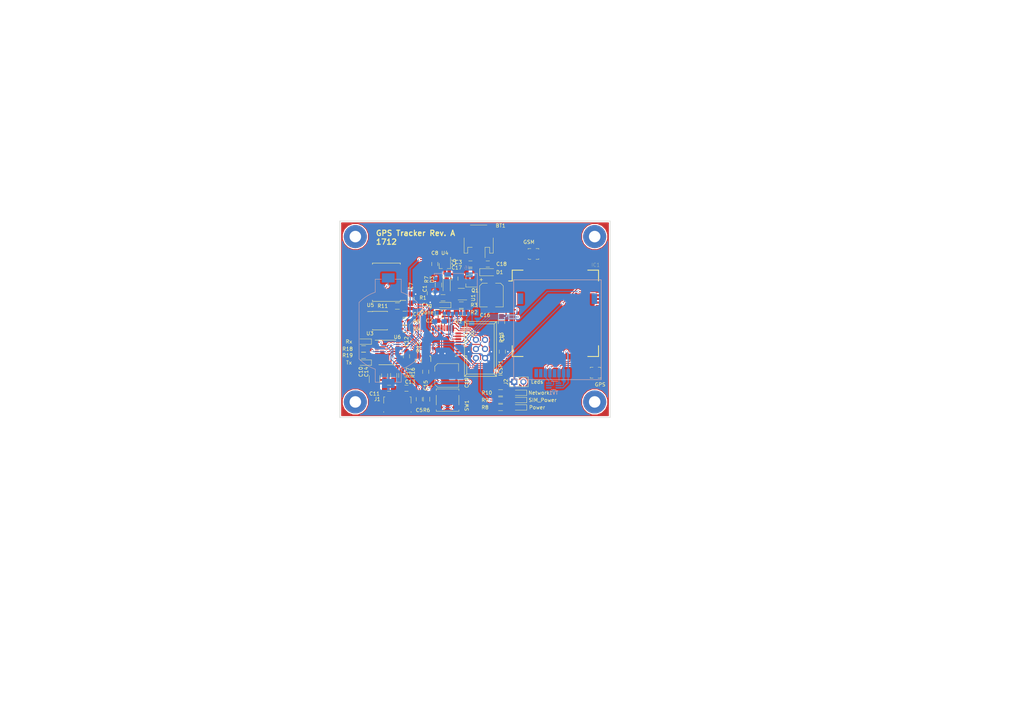
<source format=kicad_pcb>
(kicad_pcb (version 4) (host pcbnew 4.0.6)
  (layers (0 F.Cu signal) (31 B.Cu signal) (34 B.Paste user) (35 F.Paste user) (36 B.SilkS user) (37 F.SilkS user) (38 B.Mask user) (39 F.Mask user) (44 Edge.Cuts user))
  (net 0 "")
  (net 1 +BATT)
  (net 2 GND)
  (net 3 "Net-(BT2-Pad1)")
  (net 4 VBUS)
  (net 5 "Net-(C2-Pad1)")
  (net 6 +3V3)
  (net 7 /ARD_RST)
  (net 8 /DTR)
  (net 9 "Net-(C6-Pad1)")
  (net 10 /RTC_PWR)
  (net 11 "Net-(C9-Pad1)")
  (net 12 "Net-(C11-Pad1)")
  (net 13 "Net-(C12-Pad1)")
  (net 14 "Net-(C13-Pad1)")
  (net 15 +2V8)
  (net 16 /SIM808_P)
  (net 17 "Net-(IC1-Pad9)")
  (net 18 /SIM808_RI)
  (net 19 "Net-(IC1-Pad11)")
  (net 20 "Net-(IC1-Pad12)")
  (net 21 "Net-(IC1-Pad13)")
  (net 22 /ARD_HRX)
  (net 23 /ARD_HTX)
  (net 24 "Net-(IC1-Pad19)")
  (net 25 "Net-(IC1-Pad20)")
  (net 26 "Net-(IC1-Pad21)")
  (net 27 "Net-(IC1-Pad22)")
  (net 28 "Net-(IC1-Pad23)")
  (net 29 "Net-(IC1-Pad24)")
  (net 30 "Net-(IC1-Pad25)")
  (net 31 "Net-(IC1-Pad26)")
  (net 32 "Net-(IC1-Pad27)")
  (net 33 +1V8)
  (net 34 /SIMDATA)
  (net 35 /SIMCLK)
  (net 36 /SIMRST)
  (net 37 "Net-(IC1-Pad33)")
  (net 38 "Net-(IC1-Pad37)")
  (net 39 "Net-(IC1-Pad38)")
  (net 40 "Net-(IC1-Pad39)")
  (net 41 "Net-(IC1-Pad41)")
  (net 42 "Net-(IC1-Pad42)")
  (net 43 "Net-(IC1-Pad43)")
  (net 44 "Net-(IC1-Pad44)")
  (net 45 "Net-(IC1-Pad45)")
  (net 46 "Net-(IC1-Pad46)")
  (net 47 "Net-(IC1-Pad47)")
  (net 48 "Net-(IC1-Pad48)")
  (net 49 /SIM808_S)
  (net 50 /NETWORK_LED)
  (net 51 "Net-(IC1-Pad53)")
  (net 52 "Net-(IC1-Pad55)")
  (net 53 "Net-(IC1-Pad56)")
  (net 54 "Net-(IC1-Pad57)")
  (net 55 "Net-(IC1-Pad58)")
  (net 56 "Net-(IC1-Pad59)")
  (net 57 "Net-(IC1-Pad60)")
  (net 58 "Net-(IC1-Pad61)")
  (net 59 "Net-(IC1-Pad62)")
  (net 60 "Net-(IC1-Pad63)")
  (net 61 /ARD_MISO)
  (net 62 /ARD_SCK)
  (net 63 /ARD_MOSI)
  (net 64 "Net-(J1-Pad4)")
  (net 65 "Net-(J2-Pad2)")
  (net 66 "Net-(J3-Pad6)")
  (net 67 "Net-(J6-Pad8)")
  (net 68 /ARD_IO10)
  (net 69 "Net-(J6-Pad1)")
  (net 70 "Net-(R1-Pad1)")
  (net 71 "Net-(R2-Pad2)")
  (net 72 /SDA)
  (net 73 /SCL)
  (net 74 /WAKE_UP)
  (net 75 "Net-(R16-Pad1)")
  (net 76 "Net-(R17-Pad2)")
  (net 77 "Net-(R18-Pad1)")
  (net 78 "Net-(R19-Pad1)")
  (net 79 "Net-(U2-Pad7)")
  (net 80 "Net-(U2-Pad8)")
  (net 81 "Net-(U2-Pad11)")
  (net 82 "Net-(U2-Pad19)")
  (net 83 "Net-(U2-Pad22)")
  (net 84 "Net-(U2-Pad24)")
  (net 85 "Net-(U2-Pad25)")
  (net 86 "Net-(U2-Pad26)")
  (net 87 /ARD_RX)
  (net 88 /ARD_TX)
  (net 89 "Net-(U3-Pad7)")
  (net 90 "Net-(U5-Pad1)")
  (net 91 "Net-(U5-Pad4)")
  (net 92 "Net-(U6-Pad2)")
  (net 93 +3V3_FDTI)
  (net 94 "Net-(U6-Pad5)")
  (net 95 "Net-(U6-Pad7)")
  (net 96 "Net-(U6-Pad8)")
  (net 97 "Net-(U6-Pad18)")
  (net 98 "Net-(U6-Pad19)")
  (net 99 "Net-(LED1-Pad1)")
  (net 100 "Net-(LED2-Pad2)")
  (net 101 "Net-(LED3-Pad2)")
  (net 102 "Net-(LED4-Pad2)")
  (net 103 "Net-(LED5-Pad2)")
  (net 104 "Net-(LED6-Pad2)")
  (net 105 "Net-(LED7-Pad2)")
  (net 106 "Net-(U2-Pad2)")
  (net 107 "Net-(TV1-Pad4)")
  (net 108 +3.3VP)
  (net 109 /GPS)
  (net 110 /GSM)
  (module Mounting_Holes:MountingHole_3.2mm_M3_Pad (layer F.Cu) (at 171.704 118.872)
    (fp_text reference REF** hide)
    (fp_text value MountingHole_3.2mm_M3_Pad hide)
    (pad 1 thru_hole circle (at 0 0) (size 6.4 6.4) (drill 3.2) (layers *.Cu *.Mask))
  )
  (module Mounting_Holes:MountingHole_3.2mm_M3_Pad (layer F.Cu) (at 171.704 72.898)
    (fp_text reference REF** hide)
    (fp_text value MountingHole_3.2mm_M3_Pad hide)
    (pad 1 thru_hole circle (at 0 0) (size 6.4 6.4) (drill 3.2) (layers *.Cu *.Mask))
  )
  (module Mounting_Holes:MountingHole_3.2mm_M3_Pad (layer F.Cu) (at 105.156 118.872)
    (fp_text reference REF** hide)
    (fp_text value MountingHole_3.2mm_M3_Pad hide)
    (pad 1 thru_hole circle (at 0 0) (size 6.4 6.4) (drill 3.2) (layers *.Cu *.Mask))
  )
  (module 104031-0811:MOLEX_104031-0811 (layer B.Cu) (at 133.096 89.154 180)
    (fp_text reference J6 (at -3.18735 7.64968 180) (layer B.SilkS) (effects (font (size 1.0039 1.0039) (thickness 0.05)) (justify mirror)))
    (fp_text value Micro_SD_Card hide)
    (pad 8 smd rect (at -4.545 -5.2 180) (size 0.75 1.1) (layers B.Cu B.Paste B.Mask) (net 67 "Net-(J6-Pad8)"))
    (pad 7 smd rect (at -3.495 -5.2 180) (size 0.85 1.1) (layers B.Cu B.Paste B.Mask) (net 61 /ARD_MISO))
    (pad 6 smd rect (at -2.395 -5.2 180) (size 0.85 1.1) (layers B.Cu B.Paste B.Mask) (net 2 GND))
    (pad 5 smd rect (at -1.295 -5.2 180) (size 0.85 1.1) (layers B.Cu B.Paste B.Mask) (net 62 /ARD_SCK))
    (pad 4 smd rect (at -0.195 -5.2 180) (size 0.85 1.1) (layers B.Cu B.Paste B.Mask) (net 6 +3V3))
    (pad 3 smd rect (at 0.905 -5.2 180) (size 0.85 1.1) (layers B.Cu B.Paste B.Mask) (net 63 /ARD_MOSI))
    (pad 2 smd rect (at 2.005 -5.2 180) (size 0.875 1.1) (layers B.Cu B.Paste B.Mask) (net 68 /ARD_IO10))
    (pad 1 smd rect (at 3.105 -5.2 180) (size 0.85 1.1) (layers B.Cu B.Paste B.Mask) (net 69 "Net-(J6-Pad1)"))
    (pad 9 smd rect (at 5.74 0.95 180) (size 1.2 1) (layers B.Cu B.Paste B.Mask) (net 2 GND))
    (pad 10 smd rect (at 5.74 4.65 180) (size 1.2 1) (layers B.Cu B.Paste B.Mask))
    (pad G3 smd rect (at -3.73 5.625 180) (size 1.9 1.35) (layers B.Cu B.Paste B.Mask))
    (pad G4 smd rect (at 2.24 5.625 180) (size 1.9 1.35) (layers B.Cu B.Paste B.Mask))
    (pad G2 smd rect (at -5.755 -4.85 180) (size 1.17 1.8) (layers B.Cu B.Paste B.Mask))
    (pad G1 smd rect (at 5.565 -5.075 180) (size 1.55 1.35) (layers B.Cu B.Paste B.Mask))
  )
  (module custom-conn:VASCH3x2 (layer F.Cu) (at 139.954 104.14 270)
    (fp_text reference ICSP1 (at 5.334 -5.588 450) (layer F.SilkS))
    (fp_text value CONN_02X03 hide)
    (pad 1 thru_hole circle (at -2.54 1.27 270) (size 1.7272 1.7272) (drill 1.016) (layers *.Cu *.Mask) (net 61 /ARD_MISO))
    (pad 2 thru_hole circle (at -2.54 -1.27 270) (size 1.7272 1.7272) (drill 1.016) (layers *.Cu *.Mask) (net 6 +3V3))
    (pad 3 thru_hole circle (at 0 1.27 270) (size 1.7272 1.7272) (drill 1.016) (layers *.Cu *.Mask) (net 62 /ARD_SCK))
    (pad 4 thru_hole circle (at 0 -1.27 270) (size 1.7272 1.7272) (drill 1.016) (layers *.Cu *.Mask) (net 63 /ARD_MOSI))
    (pad 5 thru_hole circle (at 2.54 1.27 270) (size 1.7272 1.7272) (drill 1.016) (layers *.Cu *.Mask) (net 7 /ARD_RST))
    (pad 6 thru_hole circle (at 2.54 -1.27 270) (size 1.7272 1.7272) (drill 1.016) (layers *.Cu *.Mask) (net 2 GND))
  )
  (module Housings_SOIC:SOIC-16W_7.5x10.3mm_Pitch1.27mm (layer F.Cu) (at 113.792 85.598 180)
    (fp_text reference U5 (at 4.445 -6.35 360) (layer F.SilkS))
    (fp_text value DS3231SN hide)
    (pad 1 smd rect (at -4.65 -4.445 180) (size 1.5 0.6) (layers F.Cu F.Paste F.Mask) (net 90 "Net-(U5-Pad1)"))
    (pad 2 smd rect (at -4.65 -3.175 180) (size 1.5 0.6) (layers F.Cu F.Paste F.Mask) (net 108 +3.3VP))
    (pad 3 smd rect (at -4.65 -1.905 180) (size 1.5 0.6) (layers F.Cu F.Paste F.Mask) (net 74 /WAKE_UP))
    (pad 4 smd rect (at -4.65 -0.635 180) (size 1.5 0.6) (layers F.Cu F.Paste F.Mask) (net 91 "Net-(U5-Pad4)"))
    (pad 5 smd rect (at -4.65 0.635 180) (size 1.5 0.6) (layers F.Cu F.Paste F.Mask) (net 2 GND))
    (pad 6 smd rect (at -4.65 1.905 180) (size 1.5 0.6) (layers F.Cu F.Paste F.Mask) (net 2 GND))
    (pad 7 smd rect (at -4.65 3.175 180) (size 1.5 0.6) (layers F.Cu F.Paste F.Mask) (net 2 GND))
    (pad 8 smd rect (at -4.65 4.445 180) (size 1.5 0.6) (layers F.Cu F.Paste F.Mask) (net 2 GND))
    (pad 9 smd rect (at 4.65 4.445 180) (size 1.5 0.6) (layers F.Cu F.Paste F.Mask) (net 2 GND))
    (pad 10 smd rect (at 4.65 3.175 180) (size 1.5 0.6) (layers F.Cu F.Paste F.Mask) (net 2 GND))
    (pad 11 smd rect (at 4.65 1.905 180) (size 1.5 0.6) (layers F.Cu F.Paste F.Mask) (net 2 GND))
    (pad 12 smd rect (at 4.65 0.635 180) (size 1.5 0.6) (layers F.Cu F.Paste F.Mask) (net 2 GND))
    (pad 13 smd rect (at 4.65 -0.635 180) (size 1.5 0.6) (layers F.Cu F.Paste F.Mask) (net 2 GND))
    (pad 14 smd rect (at 4.65 -1.905 180) (size 1.5 0.6) (layers F.Cu F.Paste F.Mask) (net 3 "Net-(BT2-Pad1)"))
    (pad 15 smd rect (at 4.65 -3.175 180) (size 1.5 0.6) (layers F.Cu F.Paste F.Mask) (net 72 /SDA))
    (pad 16 smd rect (at 4.65 -4.445 180) (size 1.5 0.6) (layers F.Cu F.Paste F.Mask) (net 73 /SCL))
  )
  (module Capacitors_SMD:C_0805_HandSoldering (layer F.Cu) (at 113.284 111.506 270)
    (fp_text reference C14 (at -1.016 5.08 450) (layer F.SilkS))
    (fp_text value 0.1uF hide)
    (pad 1 smd rect (at -1.25 0 270) (size 1.5 1.25) (layers F.Cu F.Paste F.Mask) (net 4 VBUS))
    (pad 2 smd rect (at 1.25 0 270) (size 1.5 1.25) (layers F.Cu F.Paste F.Mask) (net 2 GND))
  )
  (module Resistors_SMD:R_0805_HandSoldering (layer F.Cu) (at 134.62 91.948)
    (fp_text reference R3 (at 3.556 0 180) (layer F.SilkS))
    (fp_text value 470R hide)
    (pad 1 smd rect (at -1.35 0) (size 1.5 1.3) (layers F.Cu F.Paste F.Mask) (net 99 "Net-(LED1-Pad1)"))
    (pad 2 smd rect (at 1.35 0) (size 1.5 1.3) (layers F.Cu F.Paste F.Mask) (net 71 "Net-(R2-Pad2)"))
  )
  (module Capacitors_SMD:C_0805_HandSoldering (layer F.Cu) (at 122.936 118.11 90)
    (fp_text reference C5 (at -3.048 0 180) (layer F.SilkS))
    (fp_text value 0.1uF hide)
    (pad 1 smd rect (at -1.25 0 90) (size 1.5 1.25) (layers F.Cu F.Paste F.Mask) (net 7 /ARD_RST))
    (pad 2 smd rect (at 1.25 0 90) (size 1.5 1.25) (layers F.Cu F.Paste F.Mask) (net 8 /DTR))
  )
  (module Housings_QFP:TQFP-32_7x7mm_Pitch0.8mm (layer F.Cu) (at 129.54 102.616 90)
    (fp_text reference U2 (at 6.096 4.318 180) (layer F.SilkS))
    (fp_text value ATMEGA328P-AU hide)
    (pad 1 smd rect (at -4.25 -2.8 90) (size 1.6 0.55) (layers F.Cu F.Paste F.Mask) (net 74 /WAKE_UP))
    (pad 2 smd rect (at -4.25 -2 90) (size 1.6 0.55) (layers F.Cu F.Paste F.Mask) (net 106 "Net-(U2-Pad2)"))
    (pad 3 smd rect (at -4.25 -1.2 90) (size 1.6 0.55) (layers F.Cu F.Paste F.Mask) (net 2 GND))
    (pad 4 smd rect (at -4.25 -0.4 90) (size 1.6 0.55) (layers F.Cu F.Paste F.Mask) (net 6 +3V3))
    (pad 5 smd rect (at -4.25 0.4 90) (size 1.6 0.55) (layers F.Cu F.Paste F.Mask) (net 2 GND))
    (pad 6 smd rect (at -4.25 1.2 90) (size 1.6 0.55) (layers F.Cu F.Paste F.Mask) (net 6 +3V3))
    (pad 7 smd rect (at -4.25 2 90) (size 1.6 0.55) (layers F.Cu F.Paste F.Mask) (net 79 "Net-(U2-Pad7)"))
    (pad 8 smd rect (at -4.25 2.8 90) (size 1.6 0.55) (layers F.Cu F.Paste F.Mask) (net 80 "Net-(U2-Pad8)"))
    (pad 9 smd rect (at -2.8 4.25 180) (size 1.6 0.55) (layers F.Cu F.Paste F.Mask) (net 23 /ARD_HTX))
    (pad 10 smd rect (at -2 4.25 180) (size 1.6 0.55) (layers F.Cu F.Paste F.Mask) (net 22 /ARD_HRX))
    (pad 11 smd rect (at -1.2 4.25 180) (size 1.6 0.55) (layers F.Cu F.Paste F.Mask) (net 81 "Net-(U2-Pad11)"))
    (pad 12 smd rect (at -0.4 4.25 180) (size 1.6 0.55) (layers F.Cu F.Paste F.Mask) (net 49 /SIM808_S))
    (pad 13 smd rect (at 0.4 4.25 180) (size 1.6 0.55) (layers F.Cu F.Paste F.Mask) (net 16 /SIM808_P))
    (pad 14 smd rect (at 1.2 4.25 180) (size 1.6 0.55) (layers F.Cu F.Paste F.Mask) (net 68 /ARD_IO10))
    (pad 15 smd rect (at 2 4.25 180) (size 1.6 0.55) (layers F.Cu F.Paste F.Mask) (net 63 /ARD_MOSI))
    (pad 16 smd rect (at 2.8 4.25 180) (size 1.6 0.55) (layers F.Cu F.Paste F.Mask) (net 61 /ARD_MISO))
    (pad 17 smd rect (at 4.25 2.8 90) (size 1.6 0.55) (layers F.Cu F.Paste F.Mask) (net 62 /ARD_SCK))
    (pad 18 smd rect (at 4.25 2 90) (size 1.6 0.55) (layers F.Cu F.Paste F.Mask) (net 6 +3V3))
    (pad 19 smd rect (at 4.25 1.2 90) (size 1.6 0.55) (layers F.Cu F.Paste F.Mask) (net 82 "Net-(U2-Pad19)"))
    (pad 20 smd rect (at 4.25 0.4 90) (size 1.6 0.55) (layers F.Cu F.Paste F.Mask) (net 5 "Net-(C2-Pad1)"))
    (pad 21 smd rect (at 4.25 -0.4 90) (size 1.6 0.55) (layers F.Cu F.Paste F.Mask) (net 2 GND))
    (pad 22 smd rect (at 4.25 -1.2 90) (size 1.6 0.55) (layers F.Cu F.Paste F.Mask) (net 83 "Net-(U2-Pad22)"))
    (pad 23 smd rect (at 4.25 -2 90) (size 1.6 0.55) (layers F.Cu F.Paste F.Mask) (net 10 /RTC_PWR))
    (pad 24 smd rect (at 4.25 -2.8 90) (size 1.6 0.55) (layers F.Cu F.Paste F.Mask) (net 84 "Net-(U2-Pad24)"))
    (pad 25 smd rect (at 2.8 -4.25 180) (size 1.6 0.55) (layers F.Cu F.Paste F.Mask) (net 85 "Net-(U2-Pad25)"))
    (pad 26 smd rect (at 2 -4.25 180) (size 1.6 0.55) (layers F.Cu F.Paste F.Mask) (net 86 "Net-(U2-Pad26)"))
    (pad 27 smd rect (at 1.2 -4.25 180) (size 1.6 0.55) (layers F.Cu F.Paste F.Mask) (net 72 /SDA))
    (pad 28 smd rect (at 0.4 -4.25 180) (size 1.6 0.55) (layers F.Cu F.Paste F.Mask) (net 73 /SCL))
    (pad 29 smd rect (at -0.4 -4.25 180) (size 1.6 0.55) (layers F.Cu F.Paste F.Mask) (net 7 /ARD_RST))
    (pad 30 smd rect (at -1.2 -4.25 180) (size 1.6 0.55) (layers F.Cu F.Paste F.Mask) (net 87 /ARD_RX))
    (pad 31 smd rect (at -2 -4.25 180) (size 1.6 0.55) (layers F.Cu F.Paste F.Mask) (net 88 /ARD_TX))
    (pad 32 smd rect (at -2.8 -4.25 180) (size 1.6 0.55) (layers F.Cu F.Paste F.Mask) (net 18 /SIM808_RI))
  )
  (module Resistors_SMD:R_0805_HandSoldering (layer F.Cu) (at 118.11 111.506 270)
    (fp_text reference R16 (at -0.762 -3.048 450) (layer F.SilkS))
    (fp_text value 27R hide)
    (pad 1 smd rect (at -1.35 0 270) (size 1.5 1.3) (layers F.Cu F.Paste F.Mask) (net 75 "Net-(R16-Pad1)"))
    (pad 2 smd rect (at 1.35 0 270) (size 1.5 1.3) (layers F.Cu F.Paste F.Mask) (net 14 "Net-(C13-Pad1)"))
  )
  (module Connectors_JST:JST_PH_S2B-PH-SM4-TB_02x2.00mm_Angled (layer F.Cu) (at 139.446 74.168 180)
    (fp_text reference BT1 (at -6.096 4.318 180) (layer F.SilkS))
    (fp_text value "External battery" hide)
    (pad 1 smd rect (at -1 -2.875 180) (size 1 3.5) (layers F.Cu F.Paste F.Mask) (net 1 +BATT))
    (pad 2 smd rect (at 1 -2.875 180) (size 1 3.5) (layers F.Cu F.Paste F.Mask) (net 2 GND))
    (pad "" smd rect (at -3.35 2.875 180) (size 1.5 3.4) (layers F.Cu F.Paste F.Mask))
    (pad "" smd rect (at 3.35 2.875 180) (size 1.5 3.4) (layers F.Cu F.Paste F.Mask))
  )
  (module Battery_Holders:Keystone_1058_1x2032-CoinCell (layer B.Cu) (at 114.3 99.06 270)
    (fp_text reference BT2 (at 0 -7.62 270) (layer B.SilkS) (effects (justify mirror)))
    (fp_text value "Backup battery")
    (pad 1 smd rect (at -14.68 0 270) (size 2.54 3.51) (layers B.Cu B.Paste B.Mask) (net 3 "Net-(BT2-Pad1)"))
    (pad 2 smd rect (at 14.68 0 270) (size 2.54 3.51) (layers B.Cu B.Paste B.Mask) (net 2 GND))
  )
  (module Capacitors_SMD:C_0805_HandSoldering (layer F.Cu) (at 125.984 88.646 90)
    (fp_text reference C1 (at 1.27 -1.524 90) (layer F.SilkS))
    (fp_text value 4.7uF hide)
    (pad 1 smd rect (at -1.25 0 90) (size 1.5 1.25) (layers F.Cu F.Paste F.Mask) (net 2 GND))
    (pad 2 smd rect (at 1.25 0 90) (size 1.5 1.25) (layers F.Cu F.Paste F.Mask) (net 4 VBUS))
  )
  (module Capacitors_SMD:C_0805_HandSoldering (layer F.Cu) (at 129.286 96.266 180)
    (fp_text reference C2 (at 3.556 0 180) (layer F.SilkS))
    (fp_text value 0.1uF hide)
    (pad 1 smd rect (at -1.25 0 180) (size 1.5 1.25) (layers F.Cu F.Paste F.Mask) (net 5 "Net-(C2-Pad1)"))
    (pad 2 smd rect (at 1.25 0 180) (size 1.5 1.25) (layers F.Cu F.Paste F.Mask) (net 2 GND))
  )
  (module Capacitors_SMD:C_0805_HandSoldering (layer F.Cu) (at 137.16 80.518 180)
    (fp_text reference C3 (at 3.302 0.508 180) (layer F.SilkS))
    (fp_text value 4.7uF hide)
    (pad 1 smd rect (at -1.25 0 180) (size 1.5 1.25) (layers F.Cu F.Paste F.Mask) (net 1 +BATT))
    (pad 2 smd rect (at 1.25 0 180) (size 1.5 1.25) (layers F.Cu F.Paste F.Mask) (net 2 GND))
  )
  (module Capacitors_SMD:C_0805_HandSoldering (layer F.Cu) (at 118.872 94.488)
    (fp_text reference C4 (at 3.302 0) (layer F.SilkS))
    (fp_text value 0.1uF hide)
    (pad 1 smd rect (at -1.25 0) (size 1.5 1.25) (layers F.Cu F.Paste F.Mask) (net 108 +3.3VP))
    (pad 2 smd rect (at 1.25 0) (size 1.5 1.25) (layers F.Cu F.Paste F.Mask) (net 2 GND))
  )
  (module Capacitors_SMD:C_0805_HandSoldering (layer F.Cu) (at 132.842 84.582 90)
    (fp_text reference C6 (at 4.572 -0.254 270) (layer F.SilkS))
    (fp_text value 1uF hide)
    (pad 1 smd rect (at -1.25 0 90) (size 1.5 1.25) (layers F.Cu F.Paste F.Mask) (net 9 "Net-(C6-Pad1)"))
    (pad 2 smd rect (at 1.25 0 90) (size 1.5 1.25) (layers F.Cu F.Paste F.Mask) (net 2 GND))
  )
  (module Capacitors_SMD:C_0805_HandSoldering (layer F.Cu) (at 120.65 90.17 90)
    (fp_text reference C7 (at 3.556 0 90) (layer F.SilkS))
    (fp_text value 0.1uF hide)
    (pad 1 smd rect (at -1.25 0 90) (size 1.5 1.25) (layers F.Cu F.Paste F.Mask) (net 10 /RTC_PWR))
    (pad 2 smd rect (at 1.25 0 90) (size 1.5 1.25) (layers F.Cu F.Paste F.Mask) (net 2 GND))
  )
  (module Capacitors_SMD:C_0805_HandSoldering (layer F.Cu) (at 127.254 80.518 270)
    (fp_text reference C8 (at -3.048 0 360) (layer F.SilkS))
    (fp_text value 1uF hide)
    (pad 1 smd rect (at -1.25 0 270) (size 1.5 1.25) (layers F.Cu F.Paste F.Mask) (net 6 +3V3))
    (pad 2 smd rect (at 1.25 0 270) (size 1.5 1.25) (layers F.Cu F.Paste F.Mask) (net 2 GND))
  )
  (module Capacitors_SMD:C_0805_HandSoldering (layer F.Cu) (at 146.05 104.902 90)
    (fp_text reference C9 (at 3.81 0 90) (layer F.SilkS))
    (fp_text value 10uF hide)
    (pad 1 smd rect (at -1.25 0 90) (size 1.5 1.25) (layers F.Cu F.Paste F.Mask) (net 11 "Net-(C9-Pad1)"))
    (pad 2 smd rect (at 1.25 0 90) (size 1.5 1.25) (layers F.Cu F.Paste F.Mask) (net 2 GND))
  )
  (module Capacitors_SMD:C_1210_HandSoldering (layer F.Cu) (at 110.49 112.522 270)
    (fp_text reference C10 (at -2.032 3.81 270) (layer F.SilkS))
    (fp_text value 4.7uF hide)
    (pad 1 smd rect (at -2 0 270) (size 2 2.5) (layers F.Cu F.Paste F.Mask) (net 4 VBUS))
    (pad 2 smd rect (at 2 0 270) (size 2 2.5) (layers F.Cu F.Paste F.Mask) (net 2 GND))
  )
  (module Capacitors_SMD:C_0805_HandSoldering (layer F.Cu) (at 114.554 115.062 180)
    (fp_text reference C11 (at 4.064 -1.524 180) (layer F.SilkS))
    (fp_text value 47pF hide)
    (pad 1 smd rect (at -1.25 0 180) (size 1.5 1.25) (layers F.Cu F.Paste F.Mask) (net 12 "Net-(C11-Pad1)"))
    (pad 2 smd rect (at 1.25 0 180) (size 1.5 1.25) (layers F.Cu F.Paste F.Mask) (net 2 GND))
  )
  (module Capacitors_SMD:C_0805_HandSoldering (layer F.Cu) (at 119.38 106.172 90)
    (fp_text reference C12 (at 4.064 0 90) (layer F.SilkS))
    (fp_text value 0.1uF hide)
    (pad 1 smd rect (at -1.25 0 90) (size 1.5 1.25) (layers F.Cu F.Paste F.Mask) (net 13 "Net-(C12-Pad1)"))
    (pad 2 smd rect (at 1.25 0 90) (size 1.5 1.25) (layers F.Cu F.Paste F.Mask) (net 2 GND))
  )
  (module Capacitors_SMD:C_0805_HandSoldering (layer F.Cu) (at 119.38 115.062)
    (fp_text reference C13 (at 1.016 -1.778) (layer F.SilkS))
    (fp_text value 47pF hide)
    (pad 1 smd rect (at -1.25 0) (size 1.5 1.25) (layers F.Cu F.Paste F.Mask) (net 14 "Net-(C13-Pad1)"))
    (pad 2 smd rect (at 1.25 0) (size 1.5 1.25) (layers F.Cu F.Paste F.Mask) (net 2 GND))
  )
  (module Diodes_SMD:D_SOD-123 (layer F.Cu) (at 130.556 86.36 270)
    (fp_text reference D3 (at -1.524 4.064 450) (layer F.SilkS))
    (fp_text value B130LAW hide)
    (pad 1 smd rect (at -1.65 0 270) (size 0.9 1.2) (layers F.Cu F.Paste F.Mask) (net 9 "Net-(C6-Pad1)"))
    (pad 2 smd rect (at 1.65 0 270) (size 0.9 1.2) (layers F.Cu F.Paste F.Mask) (net 4 VBUS))
  )
  (module SIM808:QFN100P2400X2400X260-68N (layer F.Cu) (at 160.782 94.234)
    (fp_text reference IC1 (at 11.176 -13.462) (layer F.SilkS) (effects (font (size 1.00176 1.00176) (thickness 0.05))))
    (fp_text value SIM808 hide)
    (pad 1 smd rect (at -12 -8) (size 1.6 0.6) (layers F.Cu F.Paste F.Mask) (net 2 GND))
    (pad 2 smd rect (at -12 -7) (size 1.6 0.6) (layers F.Cu F.Paste F.Mask) (net 2 GND))
    (pad 3 smd rect (at -12 -6) (size 1.6 0.6) (layers F.Cu F.Paste F.Mask) (net 2 GND))
    (pad 4 smd rect (at -12 -5) (size 1.6 0.6) (layers F.Cu F.Paste F.Mask) (net 1 +BATT))
    (pad 5 smd rect (at -12 -4) (size 1.6 0.6) (layers F.Cu F.Paste F.Mask) (net 1 +BATT))
    (pad 6 smd rect (at -12 -3) (size 1.6 0.6) (layers F.Cu F.Paste F.Mask) (net 1 +BATT))
    (pad 7 smd rect (at -12 -2) (size 1.6 0.6) (layers F.Cu F.Paste F.Mask) (net 15 +2V8))
    (pad 8 smd rect (at -12 -1) (size 1.6 0.6) (layers F.Cu F.Paste F.Mask) (net 16 /SIM808_P))
    (pad 9 smd rect (at -12 0) (size 1.6 0.6) (layers F.Cu F.Paste F.Mask) (net 17 "Net-(IC1-Pad9)"))
    (pad 10 smd rect (at -12 1) (size 1.6 0.6) (layers F.Cu F.Paste F.Mask) (net 18 /SIM808_RI))
    (pad 11 smd rect (at -12 2) (size 1.6 0.6) (layers F.Cu F.Paste F.Mask) (net 19 "Net-(IC1-Pad11)"))
    (pad 12 smd rect (at -12 3) (size 1.6 0.6) (layers F.Cu F.Paste F.Mask) (net 20 "Net-(IC1-Pad12)"))
    (pad 13 smd rect (at -12 4) (size 1.6 0.6) (layers F.Cu F.Paste F.Mask) (net 21 "Net-(IC1-Pad13)"))
    (pad 14 smd rect (at -12 5) (size 1.6 0.6) (layers F.Cu F.Paste F.Mask) (net 22 /ARD_HRX))
    (pad 15 smd rect (at -12 6) (size 1.6 0.6) (layers F.Cu F.Paste F.Mask) (net 23 /ARD_HTX))
    (pad 16 smd rect (at -12 7) (size 1.6 0.6) (layers F.Cu F.Paste F.Mask) (net 7 /ARD_RST))
    (pad 17 smd rect (at -12 8) (size 1.6 0.6) (layers F.Cu F.Paste F.Mask) (net 11 "Net-(C9-Pad1)"))
    (pad 18 smd rect (at -8 12 90) (size 1.6 0.6) (layers F.Cu F.Paste F.Mask) (net 2 GND))
    (pad 19 smd rect (at -7 12 90) (size 1.6 0.6) (layers F.Cu F.Paste F.Mask) (net 24 "Net-(IC1-Pad19)"))
    (pad 20 smd rect (at -6 12 90) (size 1.6 0.6) (layers F.Cu F.Paste F.Mask) (net 25 "Net-(IC1-Pad20)"))
    (pad 21 smd rect (at -5 12 90) (size 1.6 0.6) (layers F.Cu F.Paste F.Mask) (net 26 "Net-(IC1-Pad21)"))
    (pad 22 smd rect (at -4 12 90) (size 1.6 0.6) (layers F.Cu F.Paste F.Mask) (net 27 "Net-(IC1-Pad22)"))
    (pad 23 smd rect (at -3 12 90) (size 1.6 0.6) (layers F.Cu F.Paste F.Mask) (net 28 "Net-(IC1-Pad23)"))
    (pad 24 smd rect (at -2 12 90) (size 1.6 0.6) (layers F.Cu F.Paste F.Mask) (net 29 "Net-(IC1-Pad24)"))
    (pad 25 smd rect (at -1 12 90) (size 1.6 0.6) (layers F.Cu F.Paste F.Mask) (net 30 "Net-(IC1-Pad25)"))
    (pad 26 smd rect (at 0 12 90) (size 1.6 0.6) (layers F.Cu F.Paste F.Mask) (net 31 "Net-(IC1-Pad26)"))
    (pad 27 smd rect (at 1 12 90) (size 1.6 0.6) (layers F.Cu F.Paste F.Mask) (net 32 "Net-(IC1-Pad27)"))
    (pad 28 smd rect (at 2 12 90) (size 1.6 0.6) (layers F.Cu F.Paste F.Mask) (net 2 GND))
    (pad 29 smd rect (at 3 12 90) (size 1.6 0.6) (layers F.Cu F.Paste F.Mask) (net 33 +1V8))
    (pad 30 smd rect (at 4 12 90) (size 1.6 0.6) (layers F.Cu F.Paste F.Mask) (net 34 /SIMDATA))
    (pad 31 smd rect (at 5 12 90) (size 1.6 0.6) (layers F.Cu F.Paste F.Mask) (net 35 /SIMCLK))
    (pad 32 smd rect (at 6 12 90) (size 1.6 0.6) (layers F.Cu F.Paste F.Mask) (net 36 /SIMRST))
    (pad 33 smd rect (at 7 12 90) (size 1.6 0.6) (layers F.Cu F.Paste F.Mask) (net 37 "Net-(IC1-Pad33)"))
    (pad 34 smd rect (at 8 12 90) (size 1.6 0.6) (layers F.Cu F.Paste F.Mask) (net 2 GND))
    (pad 35 smd rect (at 12 8 180) (size 1.6 0.6) (layers F.Cu F.Paste F.Mask) (net 109 /GPS))
    (pad 36 smd rect (at 12 7 180) (size 1.6 0.6) (layers F.Cu F.Paste F.Mask) (net 2 GND))
    (pad 37 smd rect (at 12 6 180) (size 1.6 0.6) (layers F.Cu F.Paste F.Mask) (net 38 "Net-(IC1-Pad37)"))
    (pad 38 smd rect (at 12 5 180) (size 1.6 0.6) (layers F.Cu F.Paste F.Mask) (net 39 "Net-(IC1-Pad38)"))
    (pad 39 smd rect (at 12 4 180) (size 1.6 0.6) (layers F.Cu F.Paste F.Mask) (net 40 "Net-(IC1-Pad39)"))
    (pad 40 smd rect (at 12 3 180) (size 1.6 0.6) (layers F.Cu F.Paste F.Mask) (net 2 GND))
    (pad 41 smd rect (at 12 2 180) (size 1.6 0.6) (layers F.Cu F.Paste F.Mask) (net 41 "Net-(IC1-Pad41)"))
    (pad 42 smd rect (at 12 1 180) (size 1.6 0.6) (layers F.Cu F.Paste F.Mask) (net 42 "Net-(IC1-Pad42)"))
    (pad 43 smd rect (at 12 0 180) (size 1.6 0.6) (layers F.Cu F.Paste F.Mask) (net 43 "Net-(IC1-Pad43)"))
    (pad 44 smd rect (at 12 -1 180) (size 1.6 0.6) (layers F.Cu F.Paste F.Mask) (net 44 "Net-(IC1-Pad44)"))
    (pad 45 smd rect (at 12 -2 180) (size 1.6 0.6) (layers F.Cu F.Paste F.Mask) (net 45 "Net-(IC1-Pad45)"))
    (pad 46 smd rect (at 12 -3 180) (size 1.6 0.6) (layers F.Cu F.Paste F.Mask) (net 46 "Net-(IC1-Pad46)"))
    (pad 47 smd rect (at 12 -4 180) (size 1.6 0.6) (layers F.Cu F.Paste F.Mask) (net 47 "Net-(IC1-Pad47)"))
    (pad 48 smd rect (at 12 -5 180) (size 1.6 0.6) (layers F.Cu F.Paste F.Mask) (net 48 "Net-(IC1-Pad48)"))
    (pad 49 smd rect (at 12 -6 180) (size 1.6 0.6) (layers F.Cu F.Paste F.Mask) (net 49 /SIM808_S))
    (pad 50 smd rect (at 12 -7 180) (size 1.6 0.6) (layers F.Cu F.Paste F.Mask) (net 50 /NETWORK_LED))
    (pad 51 smd rect (at 12 -8 180) (size 1.6 0.6) (layers F.Cu F.Paste F.Mask) (net 2 GND))
    (pad 52 smd rect (at 8 -12 270) (size 1.6 0.6) (layers F.Cu F.Paste F.Mask) (net 2 GND))
    (pad 53 smd rect (at 7 -12 270) (size 1.6 0.6) (layers F.Cu F.Paste F.Mask) (net 51 "Net-(IC1-Pad53)"))
    (pad 54 smd rect (at 6 -12 270) (size 1.6 0.6) (layers F.Cu F.Paste F.Mask) (net 2 GND))
    (pad 55 smd rect (at 5 -12 270) (size 1.6 0.6) (layers F.Cu F.Paste F.Mask) (net 52 "Net-(IC1-Pad55)"))
    (pad 56 smd rect (at 4 -12 270) (size 1.6 0.6) (layers F.Cu F.Paste F.Mask) (net 53 "Net-(IC1-Pad56)"))
    (pad 57 smd rect (at 3 -12 270) (size 1.6 0.6) (layers F.Cu F.Paste F.Mask) (net 54 "Net-(IC1-Pad57)"))
    (pad 58 smd rect (at 2 -12 270) (size 1.6 0.6) (layers F.Cu F.Paste F.Mask) (net 55 "Net-(IC1-Pad58)"))
    (pad 59 smd rect (at 1 -12 270) (size 1.6 0.6) (layers F.Cu F.Paste F.Mask) (net 56 "Net-(IC1-Pad59)"))
    (pad 60 smd rect (at 0 -12 270) (size 1.6 0.6) (layers F.Cu F.Paste F.Mask) (net 57 "Net-(IC1-Pad60)"))
    (pad 61 smd rect (at -1 -12 270) (size 1.6 0.6) (layers F.Cu F.Paste F.Mask) (net 58 "Net-(IC1-Pad61)"))
    (pad 62 smd rect (at -2 -12 270) (size 1.6 0.6) (layers F.Cu F.Paste F.Mask) (net 59 "Net-(IC1-Pad62)"))
    (pad 63 smd rect (at -3 -12 270) (size 1.6 0.6) (layers F.Cu F.Paste F.Mask) (net 60 "Net-(IC1-Pad63)"))
    (pad 64 smd rect (at -4 -12 270) (size 1.6 0.6) (layers F.Cu F.Paste F.Mask) (net 2 GND))
    (pad 65 smd rect (at -5 -12 270) (size 1.6 0.6) (layers F.Cu F.Paste F.Mask) (net 2 GND))
    (pad 66 smd rect (at -6 -12 270) (size 1.6 0.6) (layers F.Cu F.Paste F.Mask) (net 110 /GSM))
    (pad 67 smd rect (at -7 -12 270) (size 1.6 0.6) (layers F.Cu F.Paste F.Mask) (net 2 GND))
    (pad 68 smd rect (at -8 -12 270) (size 1.6 0.6) (layers F.Cu F.Paste F.Mask) (net 2 GND))
  )
  (module Connectors_USB:USB_Micro-B_Molex_47346-0001 (layer F.Cu) (at 116.84 120.396)
    (fp_text reference J1 (at -5.588 -2.286 180) (layer F.SilkS))
    (fp_text value "Molex 47346-0001" hide)
    (pad 1 smd rect (at -1.3 -2.66) (size 0.45 1.38) (layers F.Cu F.Paste F.Mask) (net 4 VBUS))
    (pad 2 smd rect (at -0.65 -2.66) (size 0.45 1.38) (layers F.Cu F.Paste F.Mask) (net 12 "Net-(C11-Pad1)"))
    (pad 3 smd rect (at 0 -2.66) (size 0.45 1.38) (layers F.Cu F.Paste F.Mask) (net 14 "Net-(C13-Pad1)"))
    (pad 4 smd rect (at 0.65 -2.66) (size 0.45 1.38) (layers F.Cu F.Paste F.Mask) (net 64 "Net-(J1-Pad4)"))
    (pad 5 smd rect (at 1.3 -2.66) (size 0.45 1.38) (layers F.Cu F.Paste F.Mask) (net 2 GND))
    (pad 6 smd rect (at -2.4625 -2.3) (size 1.475 2.1) (layers F.Cu F.Paste F.Mask) (net 2 GND))
    (pad 6 smd rect (at 2.4625 -2.3) (size 1.475 2.1) (layers F.Cu F.Paste F.Mask) (net 2 GND))
    (pad 6 smd rect (at -2.91 0) (size 2.375 1.9) (layers F.Cu F.Paste F.Mask) (net 2 GND))
    (pad 6 smd rect (at 2.91 0) (size 2.375 1.9) (layers F.Cu F.Paste F.Mask) (net 2 GND))
    (pad 6 smd rect (at -0.84 0) (size 1.175 1.9) (layers F.Cu F.Paste F.Mask) (net 2 GND))
    (pad 6 smd rect (at 0.84 0) (size 1.175 1.9) (layers F.Cu F.Paste F.Mask) (net 2 GND))
  )
  (module acronet:47553-0001 (layer B.Cu) (at 155.448 90.17 90)
    (fp_text reference J3 hide)
    (fp_text value 47553-0001 hide)
    (pad 3 smd rect (at -20.7 3.81 90) (size 2.3 1) (layers B.Cu B.Paste B.Mask) (net 35 /SIMCLK))
    (pad CD1 smd rect (at -20.7 1.27 90) (size 2.3 1) (layers B.Cu B.Paste B.Mask))
    (pad CD2 smd rect (at -20.7 0 90) (size 2.3 1) (layers B.Cu B.Paste B.Mask))
    (pad 2 smd rect (at -20.7 6.35 90) (size 2.3 1) (layers B.Cu B.Paste B.Mask) (net 36 /SIMRST))
    (pad 1 smd rect (at -20.7 8.89 90) (size 2.3 1) (layers B.Cu B.Paste B.Mask) (net 33 +1V8))
    (pad 7 smd rect (at -20.7 2.54 90) (size 2.3 1) (layers B.Cu B.Paste B.Mask) (net 34 /SIMDATA))
    (pad 5 smd rect (at -20.7 7.62 90) (size 2.3 1) (layers B.Cu B.Paste B.Mask) (net 2 GND))
    (pad 6 smd rect (at -20.7 5.08 90) (size 2.3 1) (layers B.Cu B.Paste B.Mask) (net 66 "Net-(J3-Pad6)"))
    (pad GND1 smd rect (at 0 16.18 90) (size 2.95 1.5) (layers B.Cu B.Paste B.Mask))
    (pad GND2 smd rect (at 0 -4.37 90) (size 2.95 1.5) (layers B.Cu B.Paste B.Mask))
  )
  (module Connectors_Molex:Molex_Microcoaxial_RF (layer F.Cu) (at 171.958 110.744 180)
    (fp_text reference J4 hide)
    (fp_text value CONN_COAXIAL hide)
    (pad 2 smd rect (at -1.475 0 180) (size 1.05 2.2) (layers F.Cu F.Paste F.Mask) (net 2 GND))
    (pad 2 smd rect (at 1.475 0 180) (size 1.05 2.2) (layers F.Cu F.Paste F.Mask) (net 2 GND))
    (pad 2 smd rect (at 0 -1.5 180) (size 1 1) (layers F.Cu F.Paste F.Mask) (net 2 GND))
    (pad 1 smd rect (at 0 1.5 180) (size 1 1) (layers F.Cu F.Paste F.Mask) (net 109 /GPS))
  )
  (module Connectors_Molex:Molex_Microcoaxial_RF (layer F.Cu) (at 154.686 77.724)
    (fp_text reference J5 hide)
    (fp_text value CONN_COAXIAL hide)
    (pad 2 smd rect (at -1.475 0) (size 1.05 2.2) (layers F.Cu F.Paste F.Mask) (net 2 GND))
    (pad 2 smd rect (at 1.475 0) (size 1.05 2.2) (layers F.Cu F.Paste F.Mask) (net 2 GND))
    (pad 2 smd rect (at 0 -1.5) (size 1 1) (layers F.Cu F.Paste F.Mask) (net 2 GND))
    (pad 1 smd rect (at 0 1.5) (size 1 1) (layers F.Cu F.Paste F.Mask) (net 110 /GSM))
  )
  (module LEDs:LED_0805_HandSoldering (layer F.Cu) (at 129.54 91.948 180)
    (fp_text reference LED1 hide)
    (fp_text value Chg (at 4.445 0 180) (layer F.SilkS))
    (pad 1 smd rect (at -1.35 0 180) (size 1.5 1.3) (layers F.Cu F.Paste F.Mask) (net 99 "Net-(LED1-Pad1)"))
    (pad 2 smd rect (at 1.35 0 180) (size 1.5 1.3) (layers F.Cu F.Paste F.Mask) (net 4 VBUS))
  )
  (module LEDs:LED_0805_HandSoldering (layer F.Cu) (at 129.54 93.98)
    (fp_text reference LED2 hide)
    (fp_text value Done (at -4.445 0) (layer F.SilkS))
    (pad 1 smd rect (at -1.35 0) (size 1.5 1.3) (layers F.Cu F.Paste F.Mask) (net 2 GND))
    (pad 2 smd rect (at 1.35 0) (size 1.5 1.3) (layers F.Cu F.Paste F.Mask) (net 100 "Net-(LED2-Pad2)"))
  )
  (module LEDs:LED_0805_HandSoldering (layer F.Cu) (at 150.622 120.396 180)
    (fp_text reference LED3 hide)
    (fp_text value Power (at -5.08 0 180) (layer F.SilkS))
    (pad 1 smd rect (at -1.35 0 180) (size 1.5 1.3) (layers F.Cu F.Paste F.Mask) (net 65 "Net-(J2-Pad2)"))
    (pad 2 smd rect (at 1.35 0 180) (size 1.5 1.3) (layers F.Cu F.Paste F.Mask) (net 101 "Net-(LED3-Pad2)"))
  )
  (module LEDs:LED_0805_HandSoldering (layer F.Cu) (at 150.622 118.364 180)
    (fp_text reference LED4 hide)
    (fp_text value SIM_Power (at -6.604 0 180) (layer F.SilkS))
    (pad 1 smd rect (at -1.35 0 180) (size 1.5 1.3) (layers F.Cu F.Paste F.Mask) (net 65 "Net-(J2-Pad2)"))
    (pad 2 smd rect (at 1.35 0 180) (size 1.5 1.3) (layers F.Cu F.Paste F.Mask) (net 102 "Net-(LED4-Pad2)"))
  )
  (module LEDs:LED_0805_HandSoldering (layer F.Cu) (at 150.622 116.332 180)
    (fp_text reference LED5 hide)
    (fp_text value Network (at -5.588 0 180) (layer F.SilkS))
    (pad 1 smd rect (at -1.35 0 180) (size 1.5 1.3) (layers F.Cu F.Paste F.Mask) (net 65 "Net-(J2-Pad2)"))
    (pad 2 smd rect (at 1.35 0 180) (size 1.5 1.3) (layers F.Cu F.Paste F.Mask) (net 103 "Net-(LED5-Pad2)"))
  )
  (module LEDs:LED_0805_HandSoldering (layer F.Cu) (at 107.442 102.108 180)
    (fp_text reference LED6 hide)
    (fp_text value Rx (at 4.064 0 180) (layer F.SilkS))
    (pad 1 smd rect (at -1.35 0 180) (size 1.5 1.3) (layers F.Cu F.Paste F.Mask) (net 93 +3V3_FDTI))
    (pad 2 smd rect (at 1.35 0 180) (size 1.5 1.3) (layers F.Cu F.Paste F.Mask) (net 104 "Net-(LED6-Pad2)"))
  )
  (module LEDs:LED_0805_HandSoldering (layer F.Cu) (at 107.442 107.95 180)
    (fp_text reference LED7 hide)
    (fp_text value Tx (at 4.064 0 180) (layer F.SilkS))
    (pad 1 smd rect (at -1.35 0 180) (size 1.5 1.3) (layers F.Cu F.Paste F.Mask) (net 93 +3V3_FDTI))
    (pad 2 smd rect (at 1.35 0 180) (size 1.5 1.3) (layers F.Cu F.Paste F.Mask) (net 105 "Net-(LED7-Pad2)"))
  )
  (module Resistors_SMD:R_0805_HandSoldering (layer F.Cu) (at 129.54 89.916 180)
    (fp_text reference R1 (at 5.588 0 180) (layer F.SilkS))
    (fp_text value 2k hide)
    (pad 1 smd rect (at -1.35 0 180) (size 1.5 1.3) (layers F.Cu F.Paste F.Mask) (net 70 "Net-(R1-Pad1)"))
    (pad 2 smd rect (at 1.35 0 180) (size 1.5 1.3) (layers F.Cu F.Paste F.Mask) (net 2 GND))
  )
  (module Resistors_SMD:R_0805_HandSoldering (layer F.Cu) (at 134.62 93.98)
    (fp_text reference R2 (at 3.556 0) (layer F.SilkS))
    (fp_text value 1k hide)
    (pad 1 smd rect (at -1.35 0) (size 1.5 1.3) (layers F.Cu F.Paste F.Mask) (net 100 "Net-(LED2-Pad2)"))
    (pad 2 smd rect (at 1.35 0) (size 1.5 1.3) (layers F.Cu F.Paste F.Mask) (net 71 "Net-(R2-Pad2)"))
  )
  (module Resistors_SMD:R_0805_HandSoldering (layer F.Cu) (at 118.872 98.552 180)
    (fp_text reference R4 (at -3.302 0 180) (layer F.SilkS))
    (fp_text value 1k hide)
    (pad 1 smd rect (at -1.35 0 180) (size 1.5 1.3) (layers F.Cu F.Paste F.Mask) (net 72 /SDA))
    (pad 2 smd rect (at 1.35 0 180) (size 1.5 1.3) (layers F.Cu F.Paste F.Mask) (net 6 +3V3))
  )
  (module Resistors_SMD:R_0805_HandSoldering (layer F.Cu) (at 118.872 96.52 180)
    (fp_text reference R5 (at -3.302 0 180) (layer F.SilkS))
    (fp_text value 1k hide)
    (pad 1 smd rect (at -1.35 0 180) (size 1.5 1.3) (layers F.Cu F.Paste F.Mask) (net 73 /SCL))
    (pad 2 smd rect (at 1.35 0 180) (size 1.5 1.3) (layers F.Cu F.Paste F.Mask) (net 6 +3V3))
  )
  (module Resistors_SMD:R_0805_HandSoldering (layer F.Cu) (at 124.968 118.11 90)
    (fp_text reference R6 (at -3.048 0 360) (layer F.SilkS))
    (fp_text value 10k hide)
    (pad 1 smd rect (at -1.35 0 90) (size 1.5 1.3) (layers F.Cu F.Paste F.Mask) (net 7 /ARD_RST))
    (pad 2 smd rect (at 1.35 0 90) (size 1.5 1.3) (layers F.Cu F.Paste F.Mask) (net 6 +3V3))
  )
  (module Resistors_SMD:R_0805_HandSoldering (layer F.Cu) (at 128.27 86.36 90)
    (fp_text reference R7 (at 1.524 -3.302 90) (layer F.SilkS))
    (fp_text value 100k hide)
    (pad 1 smd rect (at -1.35 0 90) (size 1.5 1.3) (layers F.Cu F.Paste F.Mask) (net 4 VBUS))
    (pad 2 smd rect (at 1.35 0 90) (size 1.5 1.3) (layers F.Cu F.Paste F.Mask) (net 2 GND))
  )
  (module Resistors_SMD:R_0805_HandSoldering (layer F.Cu) (at 145.542 120.396 180)
    (fp_text reference R8 (at 4.318 0 180) (layer F.SilkS))
    (fp_text value 1k hide)
    (pad 1 smd rect (at -1.35 0 180) (size 1.5 1.3) (layers F.Cu F.Paste F.Mask) (net 101 "Net-(LED3-Pad2)"))
    (pad 2 smd rect (at 1.35 0 180) (size 1.5 1.3) (layers F.Cu F.Paste F.Mask) (net 6 +3V3))
  )
  (module Resistors_SMD:R_0805_HandSoldering (layer F.Cu) (at 145.542 118.364 180)
    (fp_text reference R9 (at 4.318 0 180) (layer F.SilkS))
    (fp_text value 1k hide)
    (pad 1 smd rect (at -1.35 0 180) (size 1.5 1.3) (layers F.Cu F.Paste F.Mask) (net 102 "Net-(LED4-Pad2)"))
    (pad 2 smd rect (at 1.35 0 180) (size 1.5 1.3) (layers F.Cu F.Paste F.Mask) (net 49 /SIM808_S))
  )
  (module Resistors_SMD:R_0805_HandSoldering (layer F.Cu) (at 145.542 116.332 180)
    (fp_text reference R10 (at 3.81 0 180) (layer F.SilkS))
    (fp_text value 1k hide)
    (pad 1 smd rect (at -1.35 0 180) (size 1.5 1.3) (layers F.Cu F.Paste F.Mask) (net 103 "Net-(LED5-Pad2)"))
    (pad 2 smd rect (at 1.35 0 180) (size 1.5 1.3) (layers F.Cu F.Paste F.Mask) (net 50 /NETWORK_LED))
  )
  (module Resistors_SMD:R_0805_HandSoldering (layer F.Cu) (at 116.84 92.202)
    (fp_text reference R11 (at -4.064 0) (layer F.SilkS))
    (fp_text value 160R hide)
    (pad 1 smd rect (at -1.35 0) (size 1.5 1.3) (layers F.Cu F.Paste F.Mask) (net 108 +3.3VP))
    (pad 2 smd rect (at 1.35 0) (size 1.5 1.3) (layers F.Cu F.Paste F.Mask) (net 10 /RTC_PWR))
  )
  (module Resistors_SMD:R_0805_HandSoldering (layer F.Cu) (at 122.682 107.442 270)
    (fp_text reference R12 (at -3.81 0 270) (layer F.SilkS))
    (fp_text value 20k hide)
    (pad 1 smd rect (at -1.35 0 270) (size 1.5 1.3) (layers F.Cu F.Paste F.Mask) (net 74 /WAKE_UP))
    (pad 2 smd rect (at 1.35 0 270) (size 1.5 1.3) (layers F.Cu F.Paste F.Mask) (net 6 +3V3))
  )
  (module Resistors_SMD:R_0805_HandSoldering (layer F.Cu) (at 145.796 96.52 90)
    (fp_text reference R13 (at -4.445 0 90) (layer F.SilkS))
    (fp_text value 10k hide)
    (pad 1 smd rect (at -1.35 0 90) (size 1.5 1.3) (layers F.Cu F.Paste F.Mask) (net 21 "Net-(IC1-Pad13)"))
    (pad 2 smd rect (at 1.35 0 90) (size 1.5 1.3) (layers F.Cu F.Paste F.Mask) (net 15 +2V8))
  )
  (module Resistors_SMD:R_0805_HandSoldering (layer B.Cu) (at 136.144 97.028 180)
    (fp_text reference R14 (at 0 -1.778 180) (layer B.SilkS) (effects (justify mirror)))
    (fp_text value 50k hide)
    (pad 1 smd rect (at -1.35 0 180) (size 1.5 1.3) (layers B.Cu B.Paste B.Mask) (net 67 "Net-(J6-Pad8)"))
    (pad 2 smd rect (at 1.35 0 180) (size 1.5 1.3) (layers B.Cu B.Paste B.Mask) (net 6 +3V3))
  )
  (module Resistors_SMD:R_0805_HandSoldering (layer B.Cu) (at 128.524 96.52 180)
    (fp_text reference R15 (at -0.254 -1.778 180) (layer B.SilkS) (effects (justify mirror)))
    (fp_text value 50k hide)
    (pad 1 smd rect (at -1.35 0 180) (size 1.5 1.3) (layers B.Cu B.Paste B.Mask) (net 69 "Net-(J6-Pad1)"))
    (pad 2 smd rect (at 1.35 0 180) (size 1.5 1.3) (layers B.Cu B.Paste B.Mask) (net 6 +3V3))
  )
  (module Resistors_SMD:R_0805_HandSoldering (layer F.Cu) (at 115.824 111.506 90)
    (fp_text reference R17 (at 0.762 4.064 90) (layer F.SilkS))
    (fp_text value 27R hide)
    (pad 1 smd rect (at -1.35 0 90) (size 1.5 1.3) (layers F.Cu F.Paste F.Mask) (net 12 "Net-(C11-Pad1)"))
    (pad 2 smd rect (at 1.35 0 90) (size 1.5 1.3) (layers F.Cu F.Paste F.Mask) (net 76 "Net-(R17-Pad2)"))
  )
  (module Resistors_SMD:R_0805_HandSoldering (layer F.Cu) (at 107.442 104.14 180)
    (fp_text reference R18 (at 4.445 0 180) (layer F.SilkS))
    (fp_text value 1k hide)
    (pad 1 smd rect (at -1.35 0 180) (size 1.5 1.3) (layers F.Cu F.Paste F.Mask) (net 77 "Net-(R18-Pad1)"))
    (pad 2 smd rect (at 1.35 0 180) (size 1.5 1.3) (layers F.Cu F.Paste F.Mask) (net 104 "Net-(LED6-Pad2)"))
  )
  (module Resistors_SMD:R_0805_HandSoldering (layer F.Cu) (at 107.442 105.918 180)
    (fp_text reference R19 (at 4.445 0 180) (layer F.SilkS))
    (fp_text value 1k hide)
    (pad 1 smd rect (at -1.35 0 180) (size 1.5 1.3) (layers F.Cu F.Paste F.Mask) (net 78 "Net-(R19-Pad1)"))
    (pad 2 smd rect (at 1.35 0 180) (size 1.5 1.3) (layers F.Cu F.Paste F.Mask) (net 105 "Net-(LED7-Pad2)"))
  )
  (module Buttons_Switches_SMD:SW_SPST_EVPBF (layer F.Cu) (at 130.81 118.364)
    (fp_text reference SW1 (at 5.334 1.524 90) (layer F.SilkS))
    (fp_text value Reset hide)
    (pad 1 smd rect (at 2.88 -2) (size 2.75 1) (layers F.Cu F.Paste F.Mask) (net 2 GND))
    (pad 1 smd rect (at -2.88 -2) (size 2.75 1) (layers F.Cu F.Paste F.Mask) (net 2 GND))
    (pad 2 smd rect (at -2.88 2) (size 2.75 1) (layers F.Cu F.Paste F.Mask) (net 7 /ARD_RST))
    (pad 2 smd rect (at 2.88 2) (size 2.75 1) (layers F.Cu F.Paste F.Mask) (net 7 /ARD_RST))
  )
  (module TO_SOT_Packages_SMD:SOT-363_SC-70-6_Handsoldering (layer B.Cu) (at 160.274 114.3 180)
    (fp_text reference TV1 (at 0 -2.032 180) (layer B.SilkS) (effects (justify mirror)))
    (fp_text value SMF05C hide)
    (pad 1 smd rect (at -1.33 0.65 180) (size 1.5 0.4) (layers B.Cu B.Paste B.Mask) (net 36 /SIMRST))
    (pad 2 smd rect (at -1.33 0 180) (size 1.5 0.4) (layers B.Cu B.Paste B.Mask) (net 2 GND))
    (pad 3 smd rect (at -1.33 -0.65 180) (size 1.5 0.4) (layers B.Cu B.Paste B.Mask) (net 33 +1V8))
    (pad 4 smd rect (at 1.33 -0.65 180) (size 1.5 0.4) (layers B.Cu B.Paste B.Mask) (net 107 "Net-(TV1-Pad4)"))
    (pad 5 smd rect (at 1.33 0 180) (size 1.5 0.4) (layers B.Cu B.Paste B.Mask) (net 35 /SIMCLK))
    (pad 6 smd rect (at 1.33 0.65 180) (size 1.5 0.4) (layers B.Cu B.Paste B.Mask) (net 34 /SIMDATA))
  )
  (module Housings_SOIC:SOIC-8_3.9x4.9mm_Pitch1.27mm (layer F.Cu) (at 112.014 96.266)
    (fp_text reference U3 (at -2.794 3.556) (layer F.SilkS))
    (fp_text value 24LC512 hide)
    (pad 1 smd rect (at -2.7 -1.905) (size 1.55 0.6) (layers F.Cu F.Paste F.Mask) (net 2 GND))
    (pad 2 smd rect (at -2.7 -0.635) (size 1.55 0.6) (layers F.Cu F.Paste F.Mask) (net 2 GND))
    (pad 3 smd rect (at -2.7 0.635) (size 1.55 0.6) (layers F.Cu F.Paste F.Mask) (net 2 GND))
    (pad 4 smd rect (at -2.7 1.905) (size 1.55 0.6) (layers F.Cu F.Paste F.Mask) (net 2 GND))
    (pad 5 smd rect (at 2.7 1.905) (size 1.55 0.6) (layers F.Cu F.Paste F.Mask) (net 72 /SDA))
    (pad 6 smd rect (at 2.7 0.635) (size 1.55 0.6) (layers F.Cu F.Paste F.Mask) (net 73 /SCL))
    (pad 7 smd rect (at 2.7 -0.635) (size 1.55 0.6) (layers F.Cu F.Paste F.Mask) (net 89 "Net-(U3-Pad7)"))
    (pad 8 smd rect (at 2.7 -1.905) (size 1.55 0.6) (layers F.Cu F.Paste F.Mask) (net 108 +3.3VP))
  )
  (module TO_SOT_Packages_SMD:SOT-23_Handsoldering (layer F.Cu) (at 130.048 81.026 270)
    (fp_text reference U4 (at -3.556 0 540) (layer F.SilkS))
    (fp_text value MCP1700T-3302E/TT hide)
    (pad 1 smd rect (at -1.5 -0.95 270) (size 1.9 0.8) (layers F.Cu F.Paste F.Mask) (net 2 GND))
    (pad 2 smd rect (at -1.5 0.95 270) (size 1.9 0.8) (layers F.Cu F.Paste F.Mask) (net 6 +3V3))
    (pad 3 smd rect (at 1.5 0 270) (size 1.9 0.8) (layers F.Cu F.Paste F.Mask) (net 9 "Net-(C6-Pad1)"))
  )
  (module Housings_SSOP:SSOP-20_4.4x6.5mm_Pitch0.65mm (layer F.Cu) (at 114.046 105.156)
    (fp_text reference U6 (at 2.794 -4.318 180) (layer F.SilkS))
    (fp_text value FT231XS hide)
    (pad 1 smd rect (at -2.9 -2.925) (size 1 0.4) (layers F.Cu F.Paste F.Mask) (net 8 /DTR))
    (pad 2 smd rect (at -2.9 -2.275) (size 1 0.4) (layers F.Cu F.Paste F.Mask) (net 92 "Net-(U6-Pad2)"))
    (pad 3 smd rect (at -2.9 -1.625) (size 1 0.4) (layers F.Cu F.Paste F.Mask) (net 93 +3V3_FDTI))
    (pad 4 smd rect (at -2.9 -0.975) (size 1 0.4) (layers F.Cu F.Paste F.Mask) (net 88 /ARD_TX))
    (pad 5 smd rect (at -2.9 -0.325) (size 1 0.4) (layers F.Cu F.Paste F.Mask) (net 94 "Net-(U6-Pad5)"))
    (pad 6 smd rect (at -2.9 0.325) (size 1 0.4) (layers F.Cu F.Paste F.Mask) (net 2 GND))
    (pad 7 smd rect (at -2.9 0.975) (size 1 0.4) (layers F.Cu F.Paste F.Mask) (net 95 "Net-(U6-Pad7)"))
    (pad 8 smd rect (at -2.9 1.625) (size 1 0.4) (layers F.Cu F.Paste F.Mask) (net 96 "Net-(U6-Pad8)"))
    (pad 9 smd rect (at -2.9 2.275) (size 1 0.4) (layers F.Cu F.Paste F.Mask) (net 2 GND))
    (pad 10 smd rect (at -2.9 2.925) (size 1 0.4) (layers F.Cu F.Paste F.Mask) (net 78 "Net-(R19-Pad1)"))
    (pad 11 smd rect (at 2.9 2.925) (size 1 0.4) (layers F.Cu F.Paste F.Mask) (net 75 "Net-(R16-Pad1)"))
    (pad 12 smd rect (at 2.9 2.275) (size 1 0.4) (layers F.Cu F.Paste F.Mask) (net 76 "Net-(R17-Pad2)"))
    (pad 13 smd rect (at 2.9 1.625) (size 1 0.4) (layers F.Cu F.Paste F.Mask) (net 93 +3V3_FDTI))
    (pad 14 smd rect (at 2.9 0.975) (size 1 0.4) (layers F.Cu F.Paste F.Mask) (net 13 "Net-(C12-Pad1)"))
    (pad 15 smd rect (at 2.9 0.325) (size 1 0.4) (layers F.Cu F.Paste F.Mask) (net 4 VBUS))
    (pad 16 smd rect (at 2.9 -0.325) (size 1 0.4) (layers F.Cu F.Paste F.Mask) (net 2 GND))
    (pad 17 smd rect (at 2.9 -0.975) (size 1 0.4) (layers F.Cu F.Paste F.Mask) (net 77 "Net-(R18-Pad1)"))
    (pad 18 smd rect (at 2.9 -1.625) (size 1 0.4) (layers F.Cu F.Paste F.Mask) (net 97 "Net-(U6-Pad18)"))
    (pad 19 smd rect (at 2.9 -2.275) (size 1 0.4) (layers F.Cu F.Paste F.Mask) (net 98 "Net-(U6-Pad19)"))
    (pad 20 smd rect (at 2.9 -2.925) (size 1 0.4) (layers F.Cu F.Paste F.Mask) (net 87 /ARD_RX))
  )
  (module Pin_Headers:Pin_Header_Straight_1x02_Pitch2.54mm (layer F.Cu) (at 149.352 113.284 90)
    (fp_text reference J2 (at 0 -2.33 90) (layer F.SilkS))
    (fp_text value Leds (at 0 6.35 180) (layer F.SilkS))
    (pad 1 thru_hole rect (at 0 0 90) (size 1.7 1.7) (drill 1) (layers *.Cu *.Mask) (net 2 GND))
    (pad 2 thru_hole oval (at 0 2.54 90) (size 1.7 1.7) (drill 1) (layers *.Cu *.Mask) (net 65 "Net-(J2-Pad2)"))
  )
  (module Capacitors_SMD:C_0805_HandSoldering (layer F.Cu) (at 124.714 110.49 270)
    (fp_text reference C15 (at 3.81 0 270) (layer F.SilkS))
    (fp_text value 0.1uF hide)
    (pad 1 smd rect (at -1.25 0 270) (size 1.5 1.25) (layers F.Cu F.Paste F.Mask) (net 6 +3V3))
    (pad 2 smd rect (at 1.25 0 270) (size 1.5 1.25) (layers F.Cu F.Paste F.Mask) (net 2 GND))
  )
  (module Capacitors_SMD:C_0805_HandSoldering (layer F.Cu) (at 137.16 82.55 180)
    (fp_text reference C17 (at 3.81 1.016 180) (layer F.SilkS))
    (fp_text value 33pF hide)
    (pad 1 smd rect (at -1.25 0 180) (size 1.5 1.25) (layers F.Cu F.Paste F.Mask) (net 1 +BATT))
    (pad 2 smd rect (at 1.25 0 180) (size 1.5 1.25) (layers F.Cu F.Paste F.Mask) (net 2 GND))
  )
  (module Capacitors_SMD:C_0805_HandSoldering (layer F.Cu) (at 141.986 80.518)
    (fp_text reference C18 (at 3.81 0) (layer F.SilkS))
    (fp_text value 10pF hide)
    (pad 1 smd rect (at -1.25 0) (size 1.5 1.25) (layers F.Cu F.Paste F.Mask) (net 1 +BATT))
    (pad 2 smd rect (at 1.25 0) (size 1.5 1.25) (layers F.Cu F.Paste F.Mask) (net 2 GND))
  )
  (module Diodes_SMD:D_SOD-123 (layer F.Cu) (at 141.986 82.804)
    (fp_text reference D1 (at 3.302 0) (layer F.SilkS))
    (fp_text value MMSZ5231BT1G hide)
    (pad 1 smd rect (at -1.65 0) (size 0.9 1.2) (layers F.Cu F.Paste F.Mask) (net 1 +BATT))
    (pad 2 smd rect (at 1.65 0) (size 0.9 1.2) (layers F.Cu F.Paste F.Mask) (net 2 GND))
  )
  (module Capacitors_SMD:CP_Elec_6.3x7.7 (layer F.Cu) (at 143.002 89.154 270)
    (fp_text reference C16 (at 5.588 1.778 360) (layer F.SilkS))
    (fp_text value 100uF hide)
    (fp_text user + (at -4.28 2.91 270) (layer F.SilkS))
    (pad 1 smd rect (at -2.7 0 90) (size 3.5 1.6) (layers F.Cu F.Paste F.Mask) (net 1 +BATT))
    (pad 2 smd rect (at 2.7 0 90) (size 3.5 1.6) (layers F.Cu F.Paste F.Mask) (net 2 GND))
  )
  (module Capacitors_SMD:CP_Elec_6.3x7.7 (layer F.Cu) (at 130.556 111.506)
    (fp_text reference C19 (at 5.588 2.032 90) (layer F.SilkS))
    (fp_text value 100uF hide)
    (fp_text user + (at -4.28 2.91) (layer F.SilkS))
    (pad 1 smd rect (at -2.7 0 180) (size 3.5 1.6) (layers F.Cu F.Paste F.Mask) (net 6 +3V3))
    (pad 2 smd rect (at 2.7 0 180) (size 3.5 1.6) (layers F.Cu F.Paste F.Mask) (net 2 GND))
  )
  (module TO_SOT_Packages_SMD:SOT-23_Handsoldering (layer F.Cu) (at 136.652 85.344 180)
    (fp_text reference Q1 (at -1.778 -2.54 180) (layer F.SilkS))
    (fp_text value DMP1045U hide)
    (pad 1 smd rect (at -1.5 -0.95 180) (size 1.9 0.8) (layers F.Cu F.Paste F.Mask) (net 4 VBUS))
    (pad 2 smd rect (at -1.5 0.95 180) (size 1.9 0.8) (layers F.Cu F.Paste F.Mask) (net 1 +BATT))
    (pad 3 smd rect (at 1.5 0 180) (size 1.9 0.8) (layers F.Cu F.Paste F.Mask) (net 9 "Net-(C6-Pad1)"))
  )
  (module TO_SOT_Packages_SMD:SOT-23-5_HandSoldering (layer F.Cu) (at 134.62 88.9 180)
    (fp_text reference U1 (at -3.302 -1.016 270) (layer F.SilkS))
    (fp_text value MCP73832-5-OT hide)
    (pad 1 smd rect (at -1.35 -0.95 180) (size 1.56 0.65) (layers F.Cu F.Paste F.Mask) (net 71 "Net-(R2-Pad2)"))
    (pad 2 smd rect (at -1.35 0 180) (size 1.56 0.65) (layers F.Cu F.Paste F.Mask) (net 2 GND))
    (pad 3 smd rect (at -1.35 0.95 180) (size 1.56 0.65) (layers F.Cu F.Paste F.Mask) (net 1 +BATT))
    (pad 4 smd rect (at 1.35 0.95 180) (size 1.56 0.65) (layers F.Cu F.Paste F.Mask) (net 4 VBUS))
    (pad 5 smd rect (at 1.35 -0.95 180) (size 1.56 0.65) (layers F.Cu F.Paste F.Mask) (net 70 "Net-(R1-Pad1)"))
  )
  (module Mounting_Holes:MountingHole_3.2mm_M3_Pad (layer F.Cu) (at 105.156 72.898)
    (fp_text reference REF** hide)
    (fp_text value MountingHole_3.2mm_M3_Pad hide)
    (pad 1 thru_hole circle (at 0 0) (size 6.4 6.4) (drill 3.2) (layers *.Cu *.Mask))
  )
  (gr_text GSM (at 153.416 74.422) (layer F.SilkS) (effects (font (size 1 1))))
  (gr_text GPS (at 173.228 114.046) (layer F.SilkS) (effects (font (size 1 1))))
  (gr_text "GPS Tracker Rev. A\n1712" (at 110.744 73.152) (layer F.SilkS) (effects (font (size 1.5 1.5) (thickness 0.3)) (justify left)))
  (gr_line (start 100.838 68.58) (end 100.838 123.19) (angle 90) (layer Edge.Cuts) (width 0.15))
  (gr_line (start 100.838 68.58) (end 100.838 123.19) (angle 90) (layer Edge.Cuts) (width 0.15))
  (gr_line (start 112.268 123.19) (end 100.838 123.19) (angle 90) (layer Edge.Cuts) (width 0.15))
  (gr_line (start 176.022 68.58) (end 100.838 68.58) (angle 90) (layer Edge.Cuts) (width 0.15))
  (gr_line (start 176.022 123.19) (end 176.022 68.58) (angle 90) (layer Edge.Cuts) (width 0.15))
  (gr_line (start 112.268 123.19) (end 176.022 123.19) (angle 90) (layer Edge.Cuts) (width 0.15))
  (segment (start 137.414 87.884) (end 142.494 87.884) (width 1) (layer F.Cu) (net 1))
  (segment (start 143.002 86.454) (end 143.002 87.376) (width 1) (layer F.Cu) (net 1))
  (segment (start 143.002 87.376) (end 142.494 87.884) (width 1) (layer F.Cu) (net 1))
  (segment (start 148.782 90.234) (end 146.622 90.234) (width 1) (layer F.Cu) (net 1))
  (segment (start 144.366 86.454) (end 143.002 86.454) (width 1) (layer F.Cu) (net 1))
  (segment (start 145.288 87.376) (end 144.366 86.454) (width 1) (layer F.Cu) (net 1))
  (segment (start 145.288 88.9) (end 145.288 87.376) (width 1) (layer F.Cu) (net 1))
  (segment (start 146.622 90.234) (end 145.288 88.9) (width 1) (layer F.Cu) (net 1))
  (segment (start 138.41 82.55) (end 140.082 82.55) (width 1) (layer F.Cu) (net 1))
  (segment (start 140.082 82.55) (end 140.336 82.804) (width 1) (layer F.Cu) (net 1))
  (segment (start 140.336 84.328) (end 138.218 84.328) (width 1) (layer F.Cu) (net 1))
  (segment (start 138.218 84.328) (end 138.152 84.394) (width 1) (layer F.Cu) (net 1))
  (segment (start 140.336 82.804) (end 140.336 84.328) (width 1) (layer F.Cu) (net 1))
  (segment (start 140.336 84.328) (end 140.336 84.71) (width 1) (layer F.Cu) (net 1))
  (segment (start 142.08 86.454) (end 143.002 86.454) (width 1) (layer F.Cu) (net 1))
  (segment (start 140.336 84.71) (end 142.08 86.454) (width 1) (layer F.Cu) (net 1))
  (segment (start 140.736 80.518) (end 140.736 82.404) (width 1) (layer F.Cu) (net 1))
  (segment (start 140.736 82.404) (end 140.336 82.804) (width 1) (layer F.Cu) (net 1))
  (segment (start 138.41 80.518) (end 140.736 80.518) (width 1) (layer F.Cu) (net 1))
  (segment (start 140.446 77.043) (end 140.446 80.228) (width 1) (layer F.Cu) (net 1))
  (segment (start 140.446 80.228) (end 140.736 80.518) (width 1) (layer F.Cu) (net 1))
  (segment (start 136.906 87.884) (end 137.414 87.884) (width 1) (layer F.Cu) (net 1))
  (segment (start 120.65 88.92) (end 121.9 88.92) (width 0.25) (layer F.Cu) (net 2))
  (segment (start 124.206 91.186) (end 125.984 91.186) (width 0.25) (layer B.Cu) (net 2))
  (segment (start 121.92 88.9) (end 124.206 91.186) (width 0.25) (layer B.Cu) (net 2))
  (via (at 121.92 88.9) (size 0.6) (drill 0.4) (layers F.Cu B.Cu) (net 2))
  (segment (start 121.9 88.92) (end 121.92 88.9) (width 0.25) (layer F.Cu) (net 2))
  (segment (start 128.34 106.866) (end 128.34 105.48) (width 0.25) (layer F.Cu) (net 2))
  (segment (start 129.94 105.518) (end 129.94 106.866) (width 0.25) (layer F.Cu) (net 2))
  (segment (start 130.048 105.41) (end 129.94 105.518) (width 0.25) (layer F.Cu) (net 2))
  (via (at 130.048 105.41) (size 0.6) (drill 0.4) (layers F.Cu B.Cu) (net 2))
  (segment (start 128.27 105.41) (end 130.048 105.41) (width 0.25) (layer B.Cu) (net 2))
  (via (at 128.27 105.41) (size 0.6) (drill 0.4) (layers F.Cu B.Cu) (net 2))
  (segment (start 128.34 105.48) (end 128.27 105.41) (width 0.25) (layer F.Cu) (net 2))
  (segment (start 128.19 93.98) (end 128.19 96.112) (width 0.25) (layer F.Cu) (net 2))
  (segment (start 128.19 96.112) (end 128.036 96.266) (width 0.25) (layer F.Cu) (net 2))
  (segment (start 129.14 98.366) (end 129.14 96.628) (width 0.25) (layer F.Cu) (net 2))
  (segment (start 129.14 96.628) (end 128.778 96.266) (width 0.25) (layer F.Cu) (net 2))
  (segment (start 128.778 96.266) (end 128.036 96.266) (width 0.25) (layer F.Cu) (net 2))
  (segment (start 128.036 96.266) (end 127.254 96.266) (width 0.25) (layer F.Cu) (net 2))
  (segment (start 125.984 91.186) (end 125.984 89.896) (width 0.25) (layer F.Cu) (net 2))
  (via (at 125.984 91.186) (size 0.6) (drill 0.4) (layers F.Cu B.Cu) (net 2))
  (segment (start 125.984 94.996) (end 125.984 91.186) (width 0.25) (layer B.Cu) (net 2))
  (segment (start 126.238 95.25) (end 125.984 94.996) (width 0.25) (layer B.Cu) (net 2))
  (via (at 126.238 95.25) (size 0.6) (drill 0.4) (layers F.Cu B.Cu) (net 2))
  (segment (start 127.254 96.266) (end 126.238 95.25) (width 0.25) (layer F.Cu) (net 2))
  (segment (start 141.224 106.68) (end 143.002 104.902) (width 0.25) (layer F.Cu) (net 2))
  (segment (start 147.32 103.632) (end 146.07 103.632) (width 0.25) (layer F.Cu) (net 2))
  (segment (start 147.574 103.886) (end 147.32 103.632) (width 0.25) (layer F.Cu) (net 2))
  (segment (start 147.574 104.902) (end 147.574 103.886) (width 0.25) (layer F.Cu) (net 2))
  (via (at 147.574 104.902) (size 0.6) (drill 0.4) (layers F.Cu B.Cu) (net 2))
  (segment (start 143.002 104.902) (end 147.574 104.902) (width 0.25) (layer B.Cu) (net 2))
  (via (at 143.002 104.902) (size 0.6) (drill 0.4) (layers F.Cu B.Cu) (net 2))
  (segment (start 146.07 103.632) (end 146.05 103.652) (width 0.25) (layer F.Cu) (net 2))
  (segment (start 161.604 114.3) (end 162.814 114.3) (width 0.25) (layer B.Cu) (net 2))
  (segment (start 163.068 114.046) (end 163.068 110.87) (width 0.25) (layer B.Cu) (net 2))
  (segment (start 162.814 114.3) (end 163.068 114.046) (width 0.25) (layer B.Cu) (net 2))
  (segment (start 163.068 110.87) (end 163.068 105.156) (width 0.25) (layer B.Cu) (net 2))
  (segment (start 162.782 104.934) (end 162.782 106.234) (width 0.25) (layer F.Cu) (net 2))
  (segment (start 162.814 104.902) (end 162.782 104.934) (width 0.25) (layer F.Cu) (net 2))
  (via (at 162.814 104.902) (size 0.6) (drill 0.4) (layers F.Cu B.Cu) (net 2))
  (segment (start 163.068 105.156) (end 162.814 104.902) (width 0.25) (layer B.Cu) (net 2))
  (segment (start 141.224 106.68) (end 139.954 105.41) (width 0.25) (layer B.Cu) (net 2))
  (via (at 136.652 104.902) (size 0.6) (drill 0.4) (layers F.Cu B.Cu) (net 2))
  (segment (start 137.16 105.41) (end 136.652 104.902) (width 0.25) (layer B.Cu) (net 2))
  (segment (start 139.954 105.41) (end 137.16 105.41) (width 0.25) (layer B.Cu) (net 2))
  (segment (start 120.122 94.488) (end 120.122 93.96) (width 0.25) (layer F.Cu) (net 2))
  (segment (start 118.14 117.736) (end 118.9425 117.736) (width 0.25) (layer F.Cu) (net 2))
  (segment (start 118.9425 117.736) (end 119.3025 118.096) (width 0.25) (layer F.Cu) (net 2))
  (segment (start 120.095 88.773) (end 120.65 89.328) (width 0.25) (layer F.Cu) (net 2))
  (segment (start 109.142 87.503) (end 113.157 87.503) (width 0.25) (layer F.Cu) (net 3))
  (segment (start 114.3 86.36) (end 114.3 84.38) (width 0.25) (layer B.Cu) (net 3))
  (segment (start 114.046 86.614) (end 114.3 86.36) (width 0.25) (layer B.Cu) (net 3))
  (via (at 114.046 86.614) (size 0.6) (drill 0.4) (layers F.Cu B.Cu) (net 3))
  (segment (start 113.157 87.503) (end 114.046 86.614) (width 0.25) (layer F.Cu) (net 3))
  (segment (start 134.94 86.294) (end 138.152 86.294) (width 0.3) (layer F.Cu) (net 4))
  (segment (start 133.27 87.95) (end 133.284 87.95) (width 0.3) (layer F.Cu) (net 4))
  (segment (start 133.284 87.95) (end 134.94 86.294) (width 0.3) (layer F.Cu) (net 4))
  (segment (start 116.946 105.481) (end 117.785 105.481) (width 0.3) (layer F.Cu) (net 4))
  (segment (start 125.73 91.948) (end 128.19 91.948) (width 0.3) (layer F.Cu) (net 4))
  (segment (start 124.714 92.964) (end 125.73 91.948) (width 0.3) (layer F.Cu) (net 4))
  (via (at 124.714 92.964) (size 0.6) (drill 0.4) (layers F.Cu B.Cu) (net 4))
  (segment (start 122.682 94.996) (end 124.714 92.964) (width 0.3) (layer B.Cu) (net 4))
  (segment (start 122.682 100.584) (end 122.682 94.996) (width 0.3) (layer B.Cu) (net 4))
  (segment (start 118.11 105.156) (end 122.682 100.584) (width 0.3) (layer B.Cu) (net 4))
  (via (at 118.11 105.156) (size 0.6) (drill 0.4) (layers F.Cu B.Cu) (net 4))
  (segment (start 117.785 105.481) (end 118.11 105.156) (width 0.3) (layer F.Cu) (net 4))
  (segment (start 128.19 91.948) (end 129.032 91.948) (width 0.3) (layer F.Cu) (net 4))
  (segment (start 129.032 91.948) (end 129.54 91.44) (width 0.3) (layer F.Cu) (net 4))
  (segment (start 129.54 91.44) (end 129.54 89.154) (width 0.3) (layer F.Cu) (net 4))
  (segment (start 129.54 89.154) (end 129.794 88.9) (width 0.3) (layer F.Cu) (net 4))
  (segment (start 129.794 88.9) (end 130.302 88.9) (width 0.3) (layer F.Cu) (net 4))
  (segment (start 130.302 88.9) (end 130.556 88.646) (width 0.3) (layer F.Cu) (net 4))
  (segment (start 130.556 88.646) (end 130.556 88.01) (width 0.3) (layer F.Cu) (net 4))
  (segment (start 125.984 87.396) (end 127.956 87.396) (width 0.3) (layer F.Cu) (net 4))
  (segment (start 127.956 87.396) (end 128.27 87.71) (width 0.3) (layer F.Cu) (net 4))
  (segment (start 130.556 88.01) (end 133.21 88.01) (width 0.3) (layer F.Cu) (net 4))
  (segment (start 133.21 88.01) (end 133.27 87.95) (width 0.3) (layer F.Cu) (net 4))
  (segment (start 130.556 88.01) (end 128.57 88.01) (width 0.3) (layer F.Cu) (net 4))
  (segment (start 128.57 88.01) (end 128.27 87.71) (width 0.3) (layer F.Cu) (net 4))
  (segment (start 116.946 105.481) (end 115.753 105.481) (width 0.3) (layer F.Cu) (net 4))
  (segment (start 113.284 109.474) (end 113.284 110.256) (width 0.3) (layer F.Cu) (net 4))
  (segment (start 113.538 109.22) (end 113.284 109.474) (width 0.3) (layer F.Cu) (net 4))
  (segment (start 114.554 109.22) (end 113.538 109.22) (width 0.3) (layer F.Cu) (net 4))
  (segment (start 115.062 108.712) (end 114.554 109.22) (width 0.3) (layer F.Cu) (net 4))
  (segment (start 115.062 106.172) (end 115.062 108.712) (width 0.3) (layer F.Cu) (net 4))
  (segment (start 115.753 105.481) (end 115.062 106.172) (width 0.3) (layer F.Cu) (net 4))
  (segment (start 113.284 110.256) (end 114.066 110.256) (width 0.3) (layer F.Cu) (net 4))
  (segment (start 115.54 116.81) (end 115.54 117.736) (width 0.3) (layer F.Cu) (net 4))
  (segment (start 114.554 115.824) (end 115.54 116.81) (width 0.3) (layer F.Cu) (net 4))
  (segment (start 114.554 110.744) (end 114.554 115.824) (width 0.3) (layer F.Cu) (net 4))
  (segment (start 114.066 110.256) (end 114.554 110.744) (width 0.3) (layer F.Cu) (net 4))
  (segment (start 110.49 110.522) (end 113.018 110.522) (width 0.3) (layer F.Cu) (net 4))
  (segment (start 113.018 110.522) (end 113.284 110.256) (width 0.3) (layer F.Cu) (net 4))
  (segment (start 129.94 98.366) (end 129.94 96.862) (width 0.25) (layer F.Cu) (net 5))
  (segment (start 129.94 96.862) (end 130.536 96.266) (width 0.25) (layer F.Cu) (net 5))
  (segment (start 118.872 96.52) (end 120.396 94.996) (width 0.3) (layer B.Cu) (net 6))
  (segment (start 120.396 81.788) (end 120.904 81.28) (width 0.3) (layer B.Cu) (net 6))
  (segment (start 120.396 94.996) (end 120.396 81.788) (width 0.3) (layer B.Cu) (net 6))
  (segment (start 120.904 81.28) (end 122.936 79.248) (width 0.3) (layer B.Cu) (net 6))
  (segment (start 144.192 120.396) (end 142.461002 120.396) (width 0.3) (layer F.Cu) (net 6))
  (segment (start 142.461002 120.396) (end 136.652 114.586998) (width 0.3) (layer F.Cu) (net 6))
  (segment (start 136.652 114.586998) (end 136.619002 114.586998) (width 0.3) (layer F.Cu) (net 6))
  (segment (start 136.619002 114.586998) (end 136.652 114.586998) (width 0.3) (layer F.Cu) (net 6))
  (segment (start 136.906 113.284) (end 136.906 113.505002) (width 0.3) (layer F.Cu) (net 6))
  (segment (start 136.652 113.759002) (end 136.652 114.586998) (width 0.3) (layer F.Cu) (net 6))
  (segment (start 136.906 113.505002) (end 136.652 113.759002) (width 0.3) (layer F.Cu) (net 6))
  (segment (start 122.936 79.248) (end 122.956 79.268) (width 0.3) (layer F.Cu) (net 6))
  (via (at 122.936 79.248) (size 0.6) (drill 0.4) (layers F.Cu B.Cu) (net 6))
  (segment (start 122.956 79.268) (end 127.254 79.268) (width 0.3) (layer F.Cu) (net 6))
  (segment (start 128.25 109.24) (end 128.25 111.112) (width 0.3) (layer F.Cu) (net 6))
  (segment (start 128.25 111.112) (end 127.856 111.506) (width 0.3) (layer F.Cu) (net 6))
  (segment (start 124.714 109.24) (end 128.25 109.24) (width 0.3) (layer F.Cu) (net 6))
  (segment (start 129.14 108.35) (end 129.14 106.866) (width 0.3) (layer F.Cu) (net 6))
  (segment (start 128.25 109.24) (end 129.14 108.35) (width 0.3) (layer F.Cu) (net 6))
  (segment (start 141.224 101.6) (end 141.224 101.346) (width 0.3) (layer F.Cu) (net 6))
  (segment (start 141.224 101.346) (end 139.7 99.822) (width 0.3) (layer F.Cu) (net 6))
  (segment (start 139.7 99.822) (end 138.43 99.822) (width 0.3) (layer F.Cu) (net 6))
  (segment (start 138.43 99.822) (end 137.16 98.552) (width 0.3) (layer F.Cu) (net 6))
  (segment (start 137.16 98.552) (end 134.366 98.552) (width 0.3) (layer F.Cu) (net 6))
  (segment (start 134.366 98.552) (end 134.112 98.298) (width 0.3) (layer F.Cu) (net 6))
  (segment (start 134.794 97.028) (end 134.794 97.616) (width 0.3) (layer B.Cu) (net 6))
  (segment (start 134.794 97.616) (end 134.112 98.298) (width 0.3) (layer B.Cu) (net 6))
  (segment (start 132.842 97.028) (end 132.588 97.028) (width 0.3) (layer F.Cu) (net 6))
  (segment (start 134.112 98.298) (end 132.842 97.028) (width 0.3) (layer F.Cu) (net 6))
  (via (at 134.112 98.298) (size 0.6) (drill 0.4) (layers F.Cu B.Cu) (net 6))
  (segment (start 129.14 106.866) (end 129.14 100.984) (width 0.3) (layer F.Cu) (net 6))
  (segment (start 129.14 100.984) (end 130.048 100.076) (width 0.3) (layer F.Cu) (net 6))
  (segment (start 134.794 97.028) (end 134.112 97.028) (width 0.3) (layer B.Cu) (net 6))
  (segment (start 134.112 97.028) (end 133.604 96.52) (width 0.3) (layer B.Cu) (net 6))
  (segment (start 133.604 96.52) (end 133.604 95.25) (width 0.3) (layer B.Cu) (net 6))
  (segment (start 133.604 95.25) (end 133.291 94.937) (width 0.3) (layer B.Cu) (net 6))
  (segment (start 133.291 94.937) (end 133.291 94.354) (width 0.3) (layer B.Cu) (net 6))
  (segment (start 127.174 96.52) (end 127.174 97.202) (width 0.3) (layer B.Cu) (net 6))
  (segment (start 131.572 99.822) (end 131.572 98.398) (width 0.3) (layer F.Cu) (net 6))
  (segment (start 131.318 100.076) (end 131.572 99.822) (width 0.3) (layer F.Cu) (net 6))
  (segment (start 130.048 100.076) (end 131.318 100.076) (width 0.3) (layer F.Cu) (net 6))
  (via (at 130.048 100.076) (size 0.6) (drill 0.4) (layers F.Cu B.Cu) (net 6))
  (segment (start 127.174 97.202) (end 130.048 100.076) (width 0.3) (layer B.Cu) (net 6))
  (segment (start 131.572 98.398) (end 131.54 98.366) (width 0.3) (layer F.Cu) (net 6))
  (segment (start 128.524 113.284) (end 127.254 113.284) (width 0.3) (layer B.Cu) (net 6))
  (segment (start 124.968 115.57) (end 124.968 117.014) (width 0.3) (layer F.Cu) (net 6))
  (segment (start 125.476 115.062) (end 124.968 115.57) (width 0.3) (layer F.Cu) (net 6))
  (via (at 125.476 115.062) (size 0.6) (drill 0.4) (layers F.Cu B.Cu) (net 6))
  (segment (start 127.254 113.284) (end 125.476 115.062) (width 0.3) (layer B.Cu) (net 6))
  (segment (start 127.856 111.506) (end 127.856 112.616) (width 0.3) (layer F.Cu) (net 6))
  (via (at 136.906 113.284) (size 0.6) (drill 0.4) (layers F.Cu B.Cu) (net 6))
  (segment (start 128.524 113.284) (end 136.906 113.284) (width 0.3) (layer B.Cu) (net 6))
  (segment (start 128.524 113.284) (end 128.524 113.284) (width 0.3) (layer B.Cu) (net 6))
  (via (at 128.524 113.284) (size 0.6) (drill 0.4) (layers F.Cu B.Cu) (net 6))
  (segment (start 127.856 112.616) (end 128.524 113.284) (width 0.3) (layer F.Cu) (net 6))
  (segment (start 118.872 98.552) (end 118.872 96.52) (width 0.3) (layer B.Cu) (net 6))
  (segment (start 118.872 96.52) (end 117.522 96.52) (width 0.3) (layer F.Cu) (net 6))
  (via (at 118.872 96.52) (size 0.6) (drill 0.4) (layers F.Cu B.Cu) (net 6))
  (segment (start 122.682 108.792) (end 122.682 107.442) (width 0.3) (layer F.Cu) (net 6))
  (segment (start 118.872 98.552) (end 117.522 98.552) (width 0.3) (layer F.Cu) (net 6))
  (via (at 118.872 98.552) (size 0.6) (drill 0.4) (layers F.Cu B.Cu) (net 6))
  (segment (start 118.872 98.806) (end 118.872 98.552) (width 0.3) (layer B.Cu) (net 6))
  (segment (start 119.888 99.822) (end 118.872 98.806) (width 0.3) (layer B.Cu) (net 6))
  (via (at 119.888 99.822) (size 0.6) (drill 0.4) (layers F.Cu B.Cu) (net 6))
  (segment (start 120.65 99.822) (end 119.888 99.822) (width 0.3) (layer F.Cu) (net 6))
  (segment (start 122.936 102.108) (end 120.65 99.822) (width 0.3) (layer F.Cu) (net 6))
  (via (at 122.936 102.108) (size 0.6) (drill 0.4) (layers F.Cu B.Cu) (net 6))
  (segment (start 122.936 107.188) (end 122.936 102.108) (width 0.3) (layer B.Cu) (net 6))
  (segment (start 122.682 107.442) (end 122.936 107.188) (width 0.3) (layer B.Cu) (net 6))
  (via (at 122.682 107.442) (size 0.6) (drill 0.4) (layers F.Cu B.Cu) (net 6))
  (segment (start 124.714 109.24) (end 123.13 109.24) (width 0.3) (layer F.Cu) (net 6))
  (segment (start 123.13 109.24) (end 122.682 108.792) (width 0.3) (layer F.Cu) (net 6))
  (segment (start 130.74 106.866) (end 130.74 110.814) (width 0.3) (layer F.Cu) (net 6))
  (segment (start 130.048 111.506) (end 127.856 111.506) (width 0.3) (layer F.Cu) (net 6))
  (segment (start 130.74 110.814) (end 130.048 111.506) (width 0.3) (layer F.Cu) (net 6))
  (segment (start 131.54 98.366) (end 131.54 97.568) (width 0.3) (layer F.Cu) (net 6))
  (segment (start 131.54 97.568) (end 132.08 97.028) (width 0.3) (layer F.Cu) (net 6))
  (segment (start 132.08 97.028) (end 132.588 97.028) (width 0.3) (layer F.Cu) (net 6))
  (segment (start 127.254 79.268) (end 128.84 79.268) (width 0.3) (layer F.Cu) (net 6))
  (segment (start 128.84 79.268) (end 129.098 79.526) (width 0.3) (layer F.Cu) (net 6))
  (segment (start 127.93 120.364) (end 129.762 120.364) (width 0.25) (layer F.Cu) (net 7))
  (segment (start 131.858 120.364) (end 133.69 120.364) (width 0.25) (layer F.Cu) (net 7))
  (segment (start 131.826 120.396) (end 131.858 120.364) (width 0.25) (layer F.Cu) (net 7))
  (via (at 131.826 120.396) (size 0.6) (drill 0.4) (layers F.Cu B.Cu) (net 7))
  (segment (start 129.794 120.396) (end 131.826 120.396) (width 0.25) (layer B.Cu) (net 7))
  (via (at 129.794 120.396) (size 0.6) (drill 0.4) (layers F.Cu B.Cu) (net 7))
  (segment (start 129.762 120.364) (end 129.794 120.396) (width 0.25) (layer F.Cu) (net 7))
  (segment (start 138.684 106.68) (end 138.684 107.696) (width 0.25) (layer B.Cu) (net 7))
  (segment (start 138.684 107.696) (end 137.414 108.966) (width 0.25) (layer B.Cu) (net 7))
  (segment (start 124.968 119.46) (end 127.334 119.46) (width 0.25) (layer F.Cu) (net 7))
  (segment (start 127.334 119.46) (end 127.93 120.056) (width 0.25) (layer F.Cu) (net 7))
  (segment (start 127.93 120.056) (end 127.93 120.364) (width 0.25) (layer F.Cu) (net 7))
  (segment (start 122.936 119.36) (end 124.868 119.36) (width 0.25) (layer F.Cu) (net 7))
  (segment (start 124.868 119.36) (end 124.968 119.46) (width 0.25) (layer F.Cu) (net 7))
  (segment (start 133.69 120.364) (end 135.414 120.364) (width 0.25) (layer F.Cu) (net 7))
  (segment (start 135.414 120.364) (end 136.144 119.634) (width 0.25) (layer F.Cu) (net 7))
  (segment (start 136.144 119.634) (end 136.144 110.236) (width 0.25) (layer F.Cu) (net 7))
  (segment (start 136.144 110.236) (end 137.414 108.966) (width 0.25) (layer F.Cu) (net 7))
  (segment (start 148.782 101.234) (end 147.97 101.234) (width 0.25) (layer F.Cu) (net 7))
  (segment (start 127.4 103.016) (end 125.29 103.016) (width 0.25) (layer F.Cu) (net 7))
  (segment (start 127.508 103.124) (end 127.4 103.016) (width 0.25) (layer F.Cu) (net 7))
  (via (at 127.508 103.124) (size 0.6) (drill 0.4) (layers F.Cu B.Cu) (net 7))
  (segment (start 131.572 103.124) (end 127.508 103.124) (width 0.25) (layer B.Cu) (net 7))
  (segment (start 137.414 108.966) (end 131.572 103.124) (width 0.25) (layer B.Cu) (net 7))
  (via (at 137.414 108.966) (size 0.6) (drill 0.4) (layers F.Cu B.Cu) (net 7))
  (segment (start 137.668 109.22) (end 137.414 108.966) (width 0.25) (layer F.Cu) (net 7))
  (segment (start 142.24 109.22) (end 137.668 109.22) (width 0.25) (layer F.Cu) (net 7))
  (segment (start 144.78 106.68) (end 142.24 109.22) (width 0.25) (layer F.Cu) (net 7))
  (segment (start 144.78 106.426) (end 144.78 106.68) (width 0.25) (layer F.Cu) (net 7))
  (segment (start 144.78 101.6) (end 144.78 106.426) (width 0.25) (layer F.Cu) (net 7))
  (segment (start 145.542 100.838) (end 144.78 101.6) (width 0.25) (layer F.Cu) (net 7))
  (segment (start 147.574 100.838) (end 145.542 100.838) (width 0.25) (layer F.Cu) (net 7))
  (segment (start 147.97 101.234) (end 147.574 100.838) (width 0.25) (layer F.Cu) (net 7))
  (segment (start 113.538 103.124) (end 112.522 103.124) (width 0.25) (layer B.Cu) (net 8))
  (segment (start 112.137 102.231) (end 111.146 102.231) (width 0.25) (layer F.Cu) (net 8))
  (segment (start 112.268 102.362) (end 112.137 102.231) (width 0.25) (layer F.Cu) (net 8))
  (via (at 112.268 102.362) (size 0.6) (drill 0.4) (layers F.Cu B.Cu) (net 8))
  (segment (start 112.268 102.87) (end 112.268 102.362) (width 0.25) (layer B.Cu) (net 8))
  (segment (start 112.522 103.124) (end 112.268 102.87) (width 0.25) (layer B.Cu) (net 8))
  (segment (start 122.936 114.808) (end 122.936 116.86) (width 0.25) (layer F.Cu) (net 8))
  (via (at 122.936 114.808) (size 0.6) (drill 0.4) (layers F.Cu B.Cu) (net 8))
  (segment (start 115.062 106.934) (end 122.936 114.808) (width 0.25) (layer B.Cu) (net 8))
  (segment (start 115.062 104.648) (end 115.062 106.934) (width 0.25) (layer B.Cu) (net 8))
  (segment (start 113.538 103.124) (end 115.062 104.648) (width 0.25) (layer B.Cu) (net 8))
  (segment (start 130.556 84.71) (end 130.556 84.328) (width 0.25) (layer F.Cu) (net 9))
  (segment (start 130.556 84.328) (end 130.048 83.82) (width 0.25) (layer F.Cu) (net 9))
  (segment (start 130.048 83.82) (end 130.048 82.526) (width 0.25) (layer F.Cu) (net 9))
  (segment (start 132.842 85.832) (end 130.79 85.832) (width 0.25) (layer F.Cu) (net 9))
  (segment (start 130.556 85.598) (end 130.556 84.71) (width 0.25) (layer F.Cu) (net 9))
  (segment (start 130.79 85.832) (end 130.556 85.598) (width 0.25) (layer F.Cu) (net 9))
  (segment (start 135.152 85.344) (end 134.112 85.344) (width 0.25) (layer F.Cu) (net 9))
  (segment (start 133.624 85.832) (end 132.842 85.832) (width 0.25) (layer F.Cu) (net 9))
  (segment (start 134.112 85.344) (end 133.624 85.832) (width 0.25) (layer F.Cu) (net 9))
  (segment (start 121.92 92.202) (end 121.92 91.694) (width 0.25) (layer F.Cu) (net 10))
  (segment (start 121.646 91.42) (end 120.65 91.42) (width 0.25) (layer F.Cu) (net 10))
  (segment (start 121.92 91.694) (end 121.646 91.42) (width 0.25) (layer F.Cu) (net 10))
  (segment (start 120.65 91.674) (end 118.718 91.674) (width 0.25) (layer F.Cu) (net 10))
  (segment (start 118.718 91.674) (end 118.19 92.202) (width 0.25) (layer F.Cu) (net 10))
  (segment (start 127.54 98.366) (end 127.54 100.044) (width 0.25) (layer F.Cu) (net 10))
  (via (at 121.92 92.202) (size 0.6) (drill 0.4) (layers F.Cu B.Cu) (net 10))
  (segment (start 124.968 92.202) (end 121.92 92.202) (width 0.25) (layer B.Cu) (net 10))
  (segment (start 125.476 92.71) (end 124.968 92.202) (width 0.25) (layer B.Cu) (net 10))
  (segment (start 125.476 98.044) (end 125.476 92.71) (width 0.25) (layer B.Cu) (net 10))
  (segment (start 127.508 100.076) (end 125.476 98.044) (width 0.25) (layer B.Cu) (net 10))
  (via (at 127.508 100.076) (size 0.6) (drill 0.4) (layers F.Cu B.Cu) (net 10))
  (segment (start 127.54 100.044) (end 127.508 100.076) (width 0.25) (layer F.Cu) (net 10))
  (segment (start 146.05 106.152) (end 147.594 106.152) (width 0.25) (layer F.Cu) (net 11))
  (segment (start 148.782 104.964) (end 148.782 102.234) (width 0.25) (layer F.Cu) (net 11))
  (segment (start 147.594 106.152) (end 148.782 104.964) (width 0.25) (layer F.Cu) (net 11))
  (segment (start 115.804 115.062) (end 115.804 112.876) (width 0.25) (layer F.Cu) (net 12))
  (segment (start 115.804 112.876) (end 115.824 112.856) (width 0.25) (layer F.Cu) (net 12))
  (segment (start 116.19 117.736) (end 116.19 115.448) (width 0.25) (layer F.Cu) (net 12))
  (segment (start 116.19 115.448) (end 115.804 115.062) (width 0.25) (layer F.Cu) (net 12))
  (segment (start 116.946 106.131) (end 118.577 106.131) (width 0.25) (layer F.Cu) (net 13))
  (segment (start 119.38 106.426) (end 119.38 107.422) (width 0.25) (layer F.Cu) (net 13))
  (segment (start 119.126 106.172) (end 119.38 106.426) (width 0.25) (layer F.Cu) (net 13))
  (segment (start 118.618 106.172) (end 119.126 106.172) (width 0.25) (layer F.Cu) (net 13))
  (segment (start 118.577 106.131) (end 118.618 106.172) (width 0.25) (layer F.Cu) (net 13))
  (segment (start 118.13 115.062) (end 118.13 112.876) (width 0.25) (layer F.Cu) (net 14))
  (segment (start 118.13 112.876) (end 118.11 112.856) (width 0.25) (layer F.Cu) (net 14))
  (segment (start 116.84 117.736) (end 116.84 116.352) (width 0.25) (layer F.Cu) (net 14))
  (segment (start 116.84 116.352) (end 118.13 115.062) (width 0.25) (layer F.Cu) (net 14))
  (segment (start 148.782 92.234) (end 147.288 92.234) (width 0.3) (layer F.Cu) (net 15))
  (segment (start 146.812 94.996) (end 145.97 94.996) (width 0.3) (layer F.Cu) (net 15))
  (segment (start 147.066 94.742) (end 146.812 94.996) (width 0.3) (layer F.Cu) (net 15))
  (segment (start 147.066 92.456) (end 147.066 94.742) (width 0.3) (layer F.Cu) (net 15))
  (segment (start 147.288 92.234) (end 147.066 92.456) (width 0.3) (layer F.Cu) (net 15))
  (segment (start 133.79 102.216) (end 134.766 102.216) (width 0.25) (layer F.Cu) (net 16))
  (segment (start 150.098 93.234) (end 148.782 93.234) (width 0.25) (layer F.Cu) (net 16))
  (segment (start 150.114 93.218) (end 150.098 93.234) (width 0.25) (layer F.Cu) (net 16))
  (via (at 150.114 93.218) (size 0.6) (drill 0.4) (layers F.Cu B.Cu) (net 16))
  (segment (start 150.114 94.234) (end 150.114 93.218) (width 0.25) (layer B.Cu) (net 16))
  (segment (start 149.606 94.742) (end 150.114 94.234) (width 0.25) (layer B.Cu) (net 16))
  (segment (start 141.986 94.742) (end 149.606 94.742) (width 0.25) (layer B.Cu) (net 16))
  (segment (start 135.382 101.346) (end 141.986 94.742) (width 0.25) (layer B.Cu) (net 16))
  (via (at 135.382 101.346) (size 0.6) (drill 0.4) (layers F.Cu B.Cu) (net 16))
  (segment (start 135.382 101.6) (end 135.382 101.346) (width 0.25) (layer F.Cu) (net 16))
  (segment (start 134.766 102.216) (end 135.382 101.6) (width 0.25) (layer F.Cu) (net 16))
  (segment (start 135.128 102.362) (end 135.382 102.362) (width 0.25) (layer B.Cu) (net 18))
  (segment (start 135.382 102.362) (end 136.398 101.346) (width 0.25) (layer B.Cu) (net 18))
  (segment (start 142.24 95.25) (end 142.494 95.25) (width 0.25) (layer B.Cu) (net 18))
  (segment (start 136.398 101.092) (end 142.24 95.25) (width 0.25) (layer B.Cu) (net 18))
  (segment (start 136.398 101.346) (end 136.398 101.092) (width 0.25) (layer B.Cu) (net 18))
  (segment (start 125.29 105.416) (end 126.232 105.416) (width 0.25) (layer F.Cu) (net 18))
  (segment (start 150.352 95.234) (end 148.782 95.234) (width 0.25) (layer F.Cu) (net 18))
  (segment (start 150.368 95.25) (end 150.352 95.234) (width 0.25) (layer F.Cu) (net 18))
  (via (at 150.368 95.25) (size 0.6) (drill 0.4) (layers F.Cu B.Cu) (net 18))
  (segment (start 142.494 95.25) (end 150.368 95.25) (width 0.25) (layer B.Cu) (net 18))
  (segment (start 127.254 102.362) (end 135.128 102.362) (width 0.25) (layer B.Cu) (net 18))
  (segment (start 126.746 102.87) (end 127.254 102.362) (width 0.25) (layer B.Cu) (net 18))
  (segment (start 126.746 104.902) (end 126.746 102.87) (width 0.25) (layer B.Cu) (net 18))
  (via (at 126.746 104.902) (size 0.6) (drill 0.4) (layers F.Cu B.Cu) (net 18))
  (segment (start 126.232 105.416) (end 126.746 104.902) (width 0.25) (layer F.Cu) (net 18))
  (segment (start 148.782 98.234) (end 147.002 98.234) (width 0.25) (layer F.Cu) (net 21))
  (segment (start 146.558 97.79) (end 145.876 97.79) (width 0.25) (layer F.Cu) (net 21))
  (segment (start 147.002 98.234) (end 146.558 97.79) (width 0.25) (layer F.Cu) (net 21))
  (segment (start 145.876 97.79) (end 145.796 97.87) (width 0.25) (layer F.Cu) (net 21))
  (segment (start 146.304 99.568) (end 147.828 99.568) (width 0.25) (layer F.Cu) (net 22))
  (segment (start 147.828 99.568) (end 148.162 99.234) (width 0.25) (layer F.Cu) (net 22))
  (segment (start 148.162 99.234) (end 148.782 99.234) (width 0.25) (layer F.Cu) (net 22))
  (segment (start 145.288 99.568) (end 146.304 99.568) (width 0.25) (layer F.Cu) (net 22))
  (segment (start 134.842 104.616) (end 138.43 108.204) (width 0.25) (layer F.Cu) (net 22))
  (segment (start 138.43 108.204) (end 141.732 108.204) (width 0.25) (layer F.Cu) (net 22))
  (segment (start 141.732 108.204) (end 143.764 106.172) (width 0.25) (layer F.Cu) (net 22))
  (segment (start 143.764 106.172) (end 143.764 101.092) (width 0.25) (layer F.Cu) (net 22))
  (segment (start 143.764 101.092) (end 145.288 99.568) (width 0.25) (layer F.Cu) (net 22))
  (segment (start 133.79 104.616) (end 134.842 104.616) (width 0.25) (layer F.Cu) (net 22))
  (segment (start 133.79 105.416) (end 134.88 105.416) (width 0.25) (layer F.Cu) (net 23))
  (segment (start 145.384 100.234) (end 148.782 100.234) (width 0.25) (layer F.Cu) (net 23))
  (segment (start 144.214002 101.403998) (end 145.384 100.234) (width 0.25) (layer F.Cu) (net 23))
  (segment (start 144.214002 106.483998) (end 144.214002 101.403998) (width 0.25) (layer F.Cu) (net 23))
  (segment (start 141.986 108.712) (end 144.214002 106.483998) (width 0.25) (layer F.Cu) (net 23))
  (segment (start 138.176 108.712) (end 141.986 108.712) (width 0.25) (layer F.Cu) (net 23))
  (segment (start 134.88 105.416) (end 138.176 108.712) (width 0.25) (layer F.Cu) (net 23))
  (segment (start 163.782 106.234) (end 163.782 104.95) (width 0.3) (layer F.Cu) (net 33))
  (segment (start 164.338 105.41) (end 164.338 110.87) (width 0.3) (layer B.Cu) (net 33))
  (segment (start 163.83 104.902) (end 164.338 105.41) (width 0.3) (layer B.Cu) (net 33))
  (via (at 163.83 104.902) (size 0.6) (drill 0.4) (layers F.Cu B.Cu) (net 33))
  (segment (start 163.782 104.95) (end 163.83 104.902) (width 0.3) (layer F.Cu) (net 33))
  (segment (start 161.604 114.95) (end 162.926 114.95) (width 0.3) (layer B.Cu) (net 33))
  (segment (start 164.338 113.538) (end 164.338 110.87) (width 0.3) (layer B.Cu) (net 33))
  (segment (start 162.926 114.95) (end 164.338 113.538) (width 0.3) (layer B.Cu) (net 33))
  (segment (start 164.782 106.234) (end 164.782 107.563998) (width 0.25) (layer F.Cu) (net 34))
  (segment (start 164.649998 107.696) (end 161.798 107.696) (width 0.25) (layer F.Cu) (net 34))
  (segment (start 164.782 107.563998) (end 164.649998 107.696) (width 0.25) (layer F.Cu) (net 34))
  (segment (start 157.988 110.87) (end 157.988 109.474) (width 0.25) (layer B.Cu) (net 34))
  (segment (start 161.036 108.458) (end 161.798 107.696) (width 0.25) (layer F.Cu) (net 34))
  (segment (start 159.004 108.458) (end 161.036 108.458) (width 0.25) (layer F.Cu) (net 34))
  (segment (start 158.242 109.22) (end 159.004 108.458) (width 0.25) (layer F.Cu) (net 34))
  (via (at 158.242 109.22) (size 0.6) (drill 0.4) (layers F.Cu B.Cu) (net 34))
  (segment (start 157.988 109.474) (end 158.242 109.22) (width 0.25) (layer B.Cu) (net 34))
  (segment (start 158.944 113.65) (end 158.944 112.97) (width 0.25) (layer B.Cu) (net 34))
  (segment (start 158.944 112.97) (end 157.988 112.014) (width 0.25) (layer B.Cu) (net 34))
  (segment (start 157.988 112.014) (end 157.988 110.87) (width 0.25) (layer B.Cu) (net 34))
  (segment (start 165.782 106.234) (end 165.782 107.522) (width 0.25) (layer F.Cu) (net 35))
  (segment (start 165.1 108.204) (end 164.592 108.204) (width 0.25) (layer F.Cu) (net 35))
  (segment (start 165.782 107.522) (end 165.1 108.204) (width 0.25) (layer F.Cu) (net 35))
  (segment (start 165.782 106.234) (end 165.782 107.014) (width 0.25) (layer F.Cu) (net 35))
  (segment (start 164.592 108.204) (end 162.052 108.204) (width 0.25) (layer F.Cu) (net 35))
  (segment (start 159.258 109.474) (end 159.258 110.87) (width 0.25) (layer B.Cu) (net 35))
  (segment (start 159.512 109.22) (end 159.258 109.474) (width 0.25) (layer B.Cu) (net 35))
  (via (at 159.512 109.22) (size 0.6) (drill 0.4) (layers F.Cu B.Cu) (net 35))
  (segment (start 159.823998 108.908002) (end 159.512 109.22) (width 0.25) (layer F.Cu) (net 35))
  (segment (start 161.347998 108.908002) (end 159.823998 108.908002) (width 0.25) (layer F.Cu) (net 35))
  (segment (start 162.052 108.204) (end 161.347998 108.908002) (width 0.25) (layer F.Cu) (net 35))
  (segment (start 159.258 110.87) (end 159.258 112.268) (width 0.25) (layer B.Cu) (net 35))
  (segment (start 160.02 114.3) (end 158.944 114.3) (width 0.25) (layer B.Cu) (net 35))
  (segment (start 160.274 114.046) (end 160.02 114.3) (width 0.25) (layer B.Cu) (net 35))
  (segment (start 160.274 113.284) (end 160.274 114.046) (width 0.25) (layer B.Cu) (net 35))
  (segment (start 159.258 112.268) (end 160.274 113.284) (width 0.25) (layer B.Cu) (net 35))
  (segment (start 166.782 106.234) (end 166.782 107.284) (width 0.25) (layer F.Cu) (net 36))
  (segment (start 161.798 109.474) (end 161.798 110.87) (width 0.25) (layer B.Cu) (net 36))
  (segment (start 162.052 109.22) (end 161.798 109.474) (width 0.25) (layer B.Cu) (net 36))
  (via (at 162.052 109.22) (size 0.6) (drill 0.4) (layers F.Cu B.Cu) (net 36))
  (segment (start 162.052 108.966) (end 162.052 109.22) (width 0.25) (layer F.Cu) (net 36))
  (segment (start 162.306 108.712) (end 162.052 108.966) (width 0.25) (layer F.Cu) (net 36))
  (segment (start 165.354 108.712) (end 162.306 108.712) (width 0.25) (layer F.Cu) (net 36))
  (segment (start 166.782 107.284) (end 165.354 108.712) (width 0.25) (layer F.Cu) (net 36))
  (segment (start 161.798 110.87) (end 161.798 113.456) (width 0.25) (layer B.Cu) (net 36))
  (segment (start 161.798 113.456) (end 161.604 113.65) (width 0.25) (layer B.Cu) (net 36))
  (segment (start 139.954 107.442) (end 139.954 115.824) (width 0.25) (layer B.Cu) (net 49))
  (segment (start 142.494 118.364) (end 144.192 118.364) (width 0.25) (layer F.Cu) (net 49))
  (via (at 142.494 118.364) (size 0.6) (drill 0.4) (layers F.Cu B.Cu) (net 49))
  (segment (start 139.954 115.824) (end 142.494 118.364) (width 0.25) (layer B.Cu) (net 49))
  (segment (start 135.89 102.87) (end 136.906 102.87) (width 0.25) (layer F.Cu) (net 49))
  (via (at 139.954 107.442) (size 0.6) (drill 0.4) (layers F.Cu B.Cu) (net 49))
  (segment (start 139.954 105.918) (end 139.954 107.442) (width 0.25) (layer F.Cu) (net 49))
  (segment (start 139.446 105.41) (end 139.954 105.918) (width 0.25) (layer F.Cu) (net 49))
  (segment (start 137.922 105.41) (end 139.446 105.41) (width 0.25) (layer F.Cu) (net 49))
  (segment (start 137.414 104.902) (end 137.922 105.41) (width 0.25) (layer F.Cu) (net 49))
  (segment (start 137.414 103.378) (end 137.414 104.902) (width 0.25) (layer F.Cu) (net 49))
  (segment (start 136.906 102.87) (end 137.414 103.378) (width 0.25) (layer F.Cu) (net 49))
  (segment (start 133.79 103.016) (end 135.744 103.016) (width 0.25) (layer F.Cu) (net 49))
  (segment (start 167.228 88.234) (end 172.782 88.234) (width 0.25) (layer F.Cu) (net 49))
  (segment (start 167.132 88.138) (end 167.228 88.234) (width 0.25) (layer F.Cu) (net 49))
  (via (at 167.132 88.138) (size 0.6) (drill 0.4) (layers F.Cu B.Cu) (net 49))
  (segment (start 158.496 88.138) (end 167.132 88.138) (width 0.25) (layer B.Cu) (net 49))
  (segment (start 150.622 96.012) (end 158.496 88.138) (width 0.25) (layer B.Cu) (net 49))
  (segment (start 150.114 96.012) (end 150.622 96.012) (width 0.25) (layer B.Cu) (net 49))
  (segment (start 149.86 95.758) (end 150.114 96.012) (width 0.25) (layer B.Cu) (net 49))
  (segment (start 142.494 95.758) (end 149.86 95.758) (width 0.25) (layer B.Cu) (net 49))
  (segment (start 137.16 101.092) (end 142.494 95.758) (width 0.25) (layer B.Cu) (net 49))
  (segment (start 137.16 101.6) (end 137.16 101.092) (width 0.25) (layer B.Cu) (net 49))
  (segment (start 135.89 102.87) (end 137.16 101.6) (width 0.25) (layer B.Cu) (net 49))
  (via (at 135.89 102.87) (size 0.6) (drill 0.4) (layers F.Cu B.Cu) (net 49))
  (segment (start 135.744 103.016) (end 135.89 102.87) (width 0.25) (layer F.Cu) (net 49))
  (segment (start 144.192 116.332) (end 144.192 110.316) (width 0.25) (layer F.Cu) (net 50))
  (segment (start 144.192 110.316) (end 144.272 110.236) (width 0.25) (layer F.Cu) (net 50))
  (segment (start 172.782 87.234) (end 171.846 87.234) (width 0.25) (layer F.Cu) (net 50))
  (via (at 144.272 110.236) (size 0.6) (drill 0.4) (layers F.Cu B.Cu) (net 50))
  (segment (start 144.272 109.982) (end 144.272 110.236) (width 0.25) (layer B.Cu) (net 50))
  (segment (start 162.814 91.44) (end 144.272 109.982) (width 0.25) (layer B.Cu) (net 50))
  (via (at 162.814 91.44) (size 0.6) (drill 0.4) (layers F.Cu B.Cu) (net 50))
  (segment (start 165.862 88.392) (end 162.814 91.44) (width 0.25) (layer F.Cu) (net 50))
  (segment (start 166.878 87.376) (end 165.862 88.392) (width 0.25) (layer F.Cu) (net 50))
  (segment (start 167.386 87.376) (end 166.878 87.376) (width 0.25) (layer F.Cu) (net 50))
  (segment (start 167.64 87.63) (end 167.386 87.376) (width 0.25) (layer F.Cu) (net 50))
  (segment (start 171.45 87.63) (end 167.64 87.63) (width 0.25) (layer F.Cu) (net 50))
  (segment (start 171.846 87.234) (end 171.45 87.63) (width 0.25) (layer F.Cu) (net 50))
  (via (at 135.382 99.816) (size 0.6) (drill 0.4) (layers F.Cu B.Cu) (net 61))
  (segment (start 136.591 95.057) (end 136.144 95.504) (width 0.25) (layer B.Cu) (net 61))
  (segment (start 136.144 95.504) (end 136.144 99.06) (width 0.25) (layer B.Cu) (net 61))
  (segment (start 136.144 99.06) (end 135.382 99.822) (width 0.25) (layer B.Cu) (net 61))
  (segment (start 136.591 94.354) (end 136.591 95.057) (width 0.25) (layer B.Cu) (net 61))
  (segment (start 135.382 99.822) (end 135.382 99.816) (width 0.25) (layer B.Cu) (net 61))
  (segment (start 133.79 99.816) (end 135.382 99.816) (width 0.25) (layer F.Cu) (net 61))
  (segment (start 135.382 99.816) (end 136.9 99.816) (width 0.25) (layer F.Cu) (net 61))
  (segment (start 136.9 99.816) (end 138.684 101.6) (width 0.25) (layer F.Cu) (net 61))
  (segment (start 134.391 94.354) (end 134.391 95.733) (width 0.25) (layer B.Cu) (net 62))
  (segment (start 132.34 99.816) (end 132.34 98.366) (width 0.25) (layer F.Cu) (net 62))
  (segment (start 132.334 99.822) (end 132.34 99.816) (width 0.25) (layer F.Cu) (net 62))
  (via (at 132.334 99.822) (size 0.6) (drill 0.4) (layers F.Cu B.Cu) (net 62))
  (segment (start 132.08 99.568) (end 132.334 99.822) (width 0.25) (layer B.Cu) (net 62))
  (segment (start 132.08 96.52) (end 132.08 99.568) (width 0.25) (layer B.Cu) (net 62))
  (segment (start 132.842 95.758) (end 132.08 96.52) (width 0.25) (layer B.Cu) (net 62))
  (via (at 132.842 95.758) (size 0.6) (drill 0.4) (layers F.Cu B.Cu) (net 62))
  (segment (start 134.366 95.758) (end 132.842 95.758) (width 0.25) (layer F.Cu) (net 62))
  (via (at 134.366 95.758) (size 0.6) (drill 0.4) (layers F.Cu B.Cu) (net 62))
  (segment (start 134.391 95.733) (end 134.366 95.758) (width 0.25) (layer B.Cu) (net 62))
  (segment (start 132.34 98.366) (end 133.164 98.366) (width 0.25) (layer F.Cu) (net 62))
  (segment (start 139.954 103.124) (end 138.938 104.14) (width 0.25) (layer B.Cu) (net 62))
  (segment (start 139.954 102.108) (end 139.954 103.124) (width 0.25) (layer B.Cu) (net 62))
  (via (at 139.954 102.108) (size 0.6) (drill 0.4) (layers F.Cu B.Cu) (net 62))
  (segment (start 139.954 100.838) (end 139.954 102.108) (width 0.25) (layer F.Cu) (net 62))
  (segment (start 139.446 100.33) (end 139.954 100.838) (width 0.25) (layer F.Cu) (net 62))
  (segment (start 138.176 100.33) (end 139.446 100.33) (width 0.25) (layer F.Cu) (net 62))
  (segment (start 136.906 99.06) (end 138.176 100.33) (width 0.25) (layer F.Cu) (net 62))
  (segment (start 133.858 99.06) (end 136.906 99.06) (width 0.25) (layer F.Cu) (net 62))
  (segment (start 133.164 98.366) (end 133.858 99.06) (width 0.25) (layer F.Cu) (net 62))
  (segment (start 138.938 104.14) (end 138.684 104.14) (width 0.25) (layer B.Cu) (net 62))
  (segment (start 133.79 100.616) (end 132.112 100.616) (width 0.25) (layer F.Cu) (net 63))
  (segment (start 132.191 95.393) (end 132.191 94.354) (width 0.25) (layer B.Cu) (net 63))
  (segment (start 131.572 96.012) (end 132.191 95.393) (width 0.25) (layer B.Cu) (net 63))
  (segment (start 131.572 100.076) (end 131.572 96.012) (width 0.25) (layer B.Cu) (net 63))
  (segment (start 132.08 100.584) (end 131.572 100.076) (width 0.25) (layer B.Cu) (net 63))
  (via (at 132.08 100.584) (size 0.6) (drill 0.4) (layers F.Cu B.Cu) (net 63))
  (segment (start 132.112 100.616) (end 132.08 100.584) (width 0.25) (layer F.Cu) (net 63))
  (segment (start 141.224 104.14) (end 139.954 102.87) (width 0.25) (layer F.Cu) (net 63))
  (segment (start 135.668 100.616) (end 133.79 100.616) (width 0.25) (layer F.Cu) (net 63))
  (segment (start 136.144 101.092) (end 135.668 100.616) (width 0.25) (layer F.Cu) (net 63))
  (segment (start 136.144 101.346) (end 136.144 101.092) (width 0.25) (layer F.Cu) (net 63))
  (segment (start 137.668 102.87) (end 136.144 101.346) (width 0.25) (layer F.Cu) (net 63))
  (segment (start 139.954 102.87) (end 137.668 102.87) (width 0.25) (layer F.Cu) (net 63))
  (segment (start 133.758 100.584) (end 133.79 100.616) (width 0.25) (layer F.Cu) (net 63))
  (segment (start 151.972 116.332) (end 151.972 113.364) (width 0.25) (layer F.Cu) (net 65))
  (segment (start 151.972 113.364) (end 151.892 113.284) (width 0.25) (layer F.Cu) (net 65))
  (segment (start 151.972 118.364) (end 151.972 116.332) (width 0.25) (layer F.Cu) (net 65))
  (segment (start 151.972 120.396) (end 151.972 118.364) (width 0.25) (layer F.Cu) (net 65))
  (segment (start 137.641 94.354) (end 137.641 96.373) (width 0.25) (layer B.Cu) (net 67))
  (segment (start 137.641 96.373) (end 137.494 96.52) (width 0.25) (layer B.Cu) (net 67))
  (segment (start 131.091 94.354) (end 131.091 100.611) (width 0.25) (layer B.Cu) (net 68))
  (segment (start 131.896 101.416) (end 133.79 101.416) (width 0.25) (layer F.Cu) (net 68))
  (segment (start 131.826 101.346) (end 131.896 101.416) (width 0.25) (layer F.Cu) (net 68))
  (via (at 131.826 101.346) (size 0.6) (drill 0.4) (layers F.Cu B.Cu) (net 68))
  (segment (start 131.091 100.611) (end 131.826 101.346) (width 0.25) (layer B.Cu) (net 68))
  (segment (start 129.991 94.354) (end 129.991 96.403) (width 0.25) (layer B.Cu) (net 69))
  (segment (start 129.991 96.403) (end 129.874 96.52) (width 0.25) (layer B.Cu) (net 69))
  (segment (start 133.27 89.85) (end 130.956 89.85) (width 0.25) (layer F.Cu) (net 70))
  (segment (start 130.956 89.85) (end 130.89 89.916) (width 0.25) (layer F.Cu) (net 70))
  (segment (start 135.97 91.948) (end 135.97 93.98) (width 0.25) (layer F.Cu) (net 71))
  (segment (start 135.97 89.85) (end 135.97 91.948) (width 0.25) (layer F.Cu) (net 71))
  (segment (start 125.29 101.416) (end 124.276 101.416) (width 0.25) (layer F.Cu) (net 72))
  (segment (start 121.412 98.552) (end 120.222 98.552) (width 0.25) (layer F.Cu) (net 72))
  (segment (start 124.276 101.416) (end 121.412 98.552) (width 0.25) (layer F.Cu) (net 72))
  (segment (start 120.222 98.552) (end 120.142 98.552) (width 0.25) (layer F.Cu) (net 72))
  (segment (start 120.142 98.552) (end 119.126 99.568) (width 0.25) (layer F.Cu) (net 72))
  (segment (start 119.126 99.568) (end 116.586 99.568) (width 0.25) (layer F.Cu) (net 72))
  (segment (start 116.586 99.568) (end 116.078 99.06) (width 0.25) (layer F.Cu) (net 72))
  (segment (start 116.078 99.06) (end 116.078 98.552) (width 0.25) (layer F.Cu) (net 72))
  (segment (start 116.078 98.552) (end 115.697 98.171) (width 0.25) (layer F.Cu) (net 72))
  (segment (start 115.697 98.171) (end 114.714 98.171) (width 0.25) (layer F.Cu) (net 72))
  (segment (start 114.714 98.171) (end 113.919 98.171) (width 0.25) (layer F.Cu) (net 72))
  (segment (start 108.331 88.773) (end 109.142 88.773) (width 0.25) (layer F.Cu) (net 72))
  (segment (start 107.95 89.154) (end 108.331 88.773) (width 0.25) (layer F.Cu) (net 72))
  (segment (start 107.95 90.678) (end 107.95 89.154) (width 0.25) (layer F.Cu) (net 72))
  (segment (start 108.204 90.932) (end 107.95 90.678) (width 0.25) (layer F.Cu) (net 72))
  (segment (start 110.49 90.932) (end 108.204 90.932) (width 0.25) (layer F.Cu) (net 72))
  (segment (start 111.506 91.948) (end 110.49 90.932) (width 0.25) (layer F.Cu) (net 72))
  (segment (start 111.506 95.758) (end 111.506 91.948) (width 0.25) (layer F.Cu) (net 72))
  (segment (start 113.919 98.171) (end 111.506 95.758) (width 0.25) (layer F.Cu) (net 72))
  (segment (start 125.29 102.216) (end 124.314 102.216) (width 0.25) (layer F.Cu) (net 73))
  (segment (start 122.174 100.076) (end 121.92 100.076) (width 0.25) (layer F.Cu) (net 73))
  (segment (start 124.314 102.216) (end 122.174 100.076) (width 0.25) (layer F.Cu) (net 73))
  (segment (start 121.412 96.52) (end 120.476 96.52) (width 0.25) (layer F.Cu) (net 73))
  (segment (start 121.92 97.028) (end 121.412 96.52) (width 0.25) (layer F.Cu) (net 73))
  (via (at 121.92 97.028) (size 0.6) (drill 0.4) (layers F.Cu B.Cu) (net 73))
  (segment (start 121.92 100.076) (end 121.92 97.028) (width 0.25) (layer B.Cu) (net 73))
  (via (at 121.92 100.076) (size 0.6) (drill 0.4) (layers F.Cu B.Cu) (net 73))
  (segment (start 120.476 96.52) (end 120.222 96.52) (width 0.25) (layer F.Cu) (net 73))
  (segment (start 120.222 96.52) (end 120.222 97.202) (width 0.25) (layer F.Cu) (net 73))
  (segment (start 115.951 96.901) (end 114.714 96.901) (width 0.25) (layer F.Cu) (net 73))
  (segment (start 116.586 97.536) (end 115.951 96.901) (width 0.25) (layer F.Cu) (net 73))
  (segment (start 119.888 97.536) (end 116.586 97.536) (width 0.25) (layer F.Cu) (net 73))
  (segment (start 120.222 97.202) (end 119.888 97.536) (width 0.25) (layer F.Cu) (net 73))
  (segment (start 114.714 96.901) (end 113.411 96.901) (width 0.25) (layer F.Cu) (net 73))
  (segment (start 110.363 90.043) (end 109.142 90.043) (width 0.25) (layer F.Cu) (net 73))
  (segment (start 112.014 91.694) (end 110.363 90.043) (width 0.25) (layer F.Cu) (net 73))
  (segment (start 112.014 95.504) (end 112.014 91.694) (width 0.25) (layer F.Cu) (net 73))
  (segment (start 113.411 96.901) (end 112.014 95.504) (width 0.25) (layer F.Cu) (net 73))
  (segment (start 122.682 106.092) (end 122.682 104.902) (width 0.25) (layer F.Cu) (net 74))
  (segment (start 121.029602 103.886) (end 120.65 103.886) (width 0.25) (layer F.Cu) (net 74))
  (segment (start 121.859606 104.716004) (end 121.029602 103.886) (width 0.25) (layer F.Cu) (net 74))
  (segment (start 122.496004 104.716004) (end 121.859606 104.716004) (width 0.25) (layer F.Cu) (net 74))
  (segment (start 122.682 104.902) (end 122.496004 104.716004) (width 0.25) (layer F.Cu) (net 74))
  (segment (start 118.442 87.503) (end 122.301 87.503) (width 0.25) (layer F.Cu) (net 74))
  (via (at 120.65 103.886) (size 0.6) (drill 0.4) (layers F.Cu B.Cu) (net 74))
  (segment (start 120.65 103.378) (end 120.65 103.886) (width 0.25) (layer B.Cu) (net 74))
  (segment (start 123.444 100.584) (end 120.65 103.378) (width 0.25) (layer B.Cu) (net 74))
  (segment (start 123.444 99.568) (end 123.444 100.584) (width 0.25) (layer B.Cu) (net 74))
  (via (at 123.444 99.568) (size 0.6) (drill 0.4) (layers F.Cu B.Cu) (net 74))
  (segment (start 123.444 88.646) (end 123.444 99.568) (width 0.25) (layer F.Cu) (net 74))
  (segment (start 122.301 87.503) (end 123.444 88.646) (width 0.25) (layer F.Cu) (net 74))
  (segment (start 126.74 106.866) (end 124.392 106.866) (width 0.25) (layer F.Cu) (net 74))
  (segment (start 123.618 106.092) (end 122.682 106.092) (width 0.25) (layer F.Cu) (net 74))
  (segment (start 124.392 106.866) (end 123.618 106.092) (width 0.25) (layer F.Cu) (net 74))
  (segment (start 118.11 110.156) (end 118.11 109.22) (width 0.25) (layer F.Cu) (net 75))
  (segment (start 117.479 108.081) (end 116.946 108.081) (width 0.25) (layer F.Cu) (net 75))
  (segment (start 118.11 108.712) (end 117.479 108.081) (width 0.25) (layer F.Cu) (net 75))
  (segment (start 118.11 108.966) (end 118.11 108.712) (width 0.25) (layer F.Cu) (net 75))
  (segment (start 118.11 109.22) (end 118.11 108.966) (width 0.25) (layer F.Cu) (net 75))
  (segment (start 115.824 110.156) (end 115.824 108.204) (width 0.25) (layer F.Cu) (net 76))
  (segment (start 116.343 107.431) (end 116.946 107.431) (width 0.25) (layer F.Cu) (net 76))
  (segment (start 115.824 107.95) (end 116.343 107.431) (width 0.25) (layer F.Cu) (net 76))
  (segment (start 115.824 108.204) (end 115.824 107.95) (width 0.25) (layer F.Cu) (net 76))
  (segment (start 108.792 104.14) (end 109.728 104.14) (width 0.25) (layer F.Cu) (net 77))
  (segment (start 115.275 104.181) (end 116.946 104.181) (width 0.25) (layer F.Cu) (net 77))
  (segment (start 114.554 104.902) (end 115.275 104.181) (width 0.25) (layer F.Cu) (net 77))
  (segment (start 113.792 104.902) (end 114.554 104.902) (width 0.25) (layer F.Cu) (net 77))
  (via (at 113.792 104.902) (size 0.6) (drill 0.4) (layers F.Cu B.Cu) (net 77))
  (segment (start 110.236 104.902) (end 113.792 104.902) (width 0.25) (layer B.Cu) (net 77))
  (segment (start 109.982 104.648) (end 110.236 104.902) (width 0.25) (layer B.Cu) (net 77))
  (via (at 109.982 104.648) (size 0.6) (drill 0.4) (layers F.Cu B.Cu) (net 77))
  (segment (start 109.982 104.394) (end 109.982 104.648) (width 0.25) (layer F.Cu) (net 77))
  (segment (start 109.728 104.14) (end 109.982 104.394) (width 0.25) (layer F.Cu) (net 77))
  (segment (start 116.987 104.14) (end 116.946 104.181) (width 0.25) (layer F.Cu) (net 77))
  (segment (start 108.792 105.918) (end 109.728 105.918) (width 0.25) (layer F.Cu) (net 78))
  (segment (start 110.367 108.081) (end 111.146 108.081) (width 0.25) (layer F.Cu) (net 78))
  (segment (start 109.982 107.696) (end 110.367 108.081) (width 0.25) (layer F.Cu) (net 78))
  (segment (start 109.982 106.172) (end 109.982 107.696) (width 0.25) (layer F.Cu) (net 78))
  (segment (start 109.728 105.918) (end 109.982 106.172) (width 0.25) (layer F.Cu) (net 78))
  (segment (start 125.29 103.816) (end 122.358 103.816) (width 0.25) (layer F.Cu) (net 87))
  (segment (start 120.773 102.231) (end 116.946 102.231) (width 0.25) (layer F.Cu) (net 87))
  (segment (start 122.358 103.816) (end 120.773 102.231) (width 0.25) (layer F.Cu) (net 87))
  (via (at 118.11 102.87) (size 0.6) (drill 0.4) (layers F.Cu B.Cu) (net 88))
  (segment (start 124.206 104.616) (end 124.206 104.648) (width 0.25) (layer F.Cu) (net 88))
  (segment (start 124.174 104.616) (end 124.206 104.648) (width 0.25) (layer F.Cu) (net 88))
  (segment (start 123.824002 104.266002) (end 124.174 104.616) (width 0.25) (layer F.Cu) (net 88))
  (segment (start 122.046002 104.266002) (end 123.824002 104.266002) (width 0.25) (layer F.Cu) (net 88))
  (segment (start 120.65 102.87) (end 122.046002 104.266002) (width 0.25) (layer F.Cu) (net 88))
  (segment (start 120.65 102.87) (end 118.11 102.87) (width 0.25) (layer F.Cu) (net 88))
  (segment (start 111.146 104.181) (end 114.259 104.181) (width 0.25) (layer F.Cu) (net 88))
  (segment (start 115.57 102.87) (end 118.11 102.87) (width 0.25) (layer B.Cu) (net 88))
  (via (at 115.57 102.87) (size 0.6) (drill 0.4) (layers F.Cu B.Cu) (net 88))
  (segment (start 114.259 104.181) (end 115.57 102.87) (width 0.25) (layer F.Cu) (net 88))
  (segment (start 124.206 104.616) (end 125.29 104.616) (width 0.25) (layer F.Cu) (net 88))
  (segment (start 111.146 103.531) (end 113.893 103.531) (width 0.3) (layer F.Cu) (net 93))
  (segment (start 115.925 106.781) (end 116.946 106.781) (width 0.3) (layer F.Cu) (net 93))
  (segment (start 115.824 106.68) (end 115.925 106.781) (width 0.3) (layer F.Cu) (net 93))
  (via (at 115.824 106.68) (size 0.6) (drill 0.4) (layers F.Cu B.Cu) (net 93))
  (segment (start 115.57 106.426) (end 115.824 106.68) (width 0.3) (layer B.Cu) (net 93))
  (segment (start 115.57 103.886) (end 115.57 106.426) (width 0.3) (layer B.Cu) (net 93))
  (segment (start 114.554 102.87) (end 115.57 103.886) (width 0.3) (layer B.Cu) (net 93))
  (via (at 114.554 102.87) (size 0.6) (drill 0.4) (layers F.Cu B.Cu) (net 93))
  (segment (start 113.893 103.531) (end 114.554 102.87) (width 0.3) (layer F.Cu) (net 93))
  (segment (start 108.792 102.108) (end 109.728 102.108) (width 0.3) (layer F.Cu) (net 93))
  (segment (start 110.389 103.531) (end 111.146 103.531) (width 0.3) (layer F.Cu) (net 93))
  (segment (start 109.982 103.124) (end 110.389 103.531) (width 0.3) (layer F.Cu) (net 93))
  (segment (start 109.982 102.362) (end 109.982 103.124) (width 0.3) (layer F.Cu) (net 93))
  (segment (start 109.728 102.108) (end 109.982 102.362) (width 0.3) (layer F.Cu) (net 93))
  (segment (start 108.792 107.95) (end 107.95 107.95) (width 0.3) (layer F.Cu) (net 93))
  (segment (start 107.95 102.108) (end 108.792 102.108) (width 0.3) (layer F.Cu) (net 93))
  (segment (start 107.442 102.616) (end 107.95 102.108) (width 0.3) (layer F.Cu) (net 93))
  (segment (start 107.442 107.442) (end 107.442 102.616) (width 0.3) (layer F.Cu) (net 93))
  (segment (start 107.95 107.95) (end 107.442 107.442) (width 0.3) (layer F.Cu) (net 93))
  (segment (start 130.89 91.948) (end 133.27 91.948) (width 0.25) (layer F.Cu) (net 99))
  (segment (start 130.89 93.98) (end 133.27 93.98) (width 0.25) (layer F.Cu) (net 100))
  (segment (start 149.272 120.396) (end 146.892 120.396) (width 0.25) (layer F.Cu) (net 101))
  (segment (start 146.892 118.364) (end 149.272 118.364) (width 0.25) (layer F.Cu) (net 102))
  (segment (start 149.272 116.332) (end 146.892 116.332) (width 0.25) (layer F.Cu) (net 103))
  (segment (start 106.092 102.108) (end 106.092 104.14) (width 0.25) (layer F.Cu) (net 104))
  (segment (start 106.092 105.918) (end 106.092 107.95) (width 0.25) (layer F.Cu) (net 105))
  (segment (start 114.714 94.361) (end 114.714 94.074) (width 0.25) (layer F.Cu) (net 108))
  (segment (start 114.714 94.074) (end 115.49 93.298) (width 0.25) (layer F.Cu) (net 108))
  (segment (start 115.49 93.298) (end 115.49 92.202) (width 0.25) (layer F.Cu) (net 108))
  (segment (start 118.442 88.773) (end 116.713 88.773) (width 0.25) (layer F.Cu) (net 108))
  (segment (start 115.49 89.996) (end 115.49 92.202) (width 0.25) (layer F.Cu) (net 108))
  (segment (start 116.713 88.773) (end 115.49 89.996) (width 0.25) (layer F.Cu) (net 108))
  (segment (start 114.714 94.361) (end 117.495 94.361) (width 0.3) (layer F.Cu) (net 108))
  (segment (start 117.522 94.588) (end 117.622 94.488) (width 0.3) (layer F.Cu) (net 108))
  (segment (start 117.495 94.361) (end 117.622 94.488) (width 0.3) (layer F.Cu) (net 108))
  (segment (start 172.782 102.234) (end 172.782 104.078) (width 0.5) (layer F.Cu) (net 109))
  (segment (start 171.958 104.902) (end 171.958 109.244) (width 0.5) (layer F.Cu) (net 109))
  (segment (start 172.782 104.078) (end 171.958 104.902) (width 0.5) (layer F.Cu) (net 109))
  (segment (start 154.782 82.234) (end 154.782 79.32) (width 0.5) (layer F.Cu) (net 110))
  (segment (start 154.782 79.32) (end 154.686 79.224) (width 0.25) (layer F.Cu) (net 110))
  (zone (net 2) (net_name GND) (layer B.Cu) (connect_pads (clearance 0.508)) (min_thickness 0.254) (fill yes (arc_segments 16) (thermal_gap 0.508) (thermal_bridge_width 0.508))
    (polygon (pts (xy 291.084 205.994) (xy 6.35 205.994) (xy 6.35 7.112) (xy 291.084 7.112)))
  )
  (zone (net 2) (net_name GND) (layer F.Cu) (connect_pads (clearance 0.3)) (min_thickness 0.254) (fill yes (arc_segments 16) (thermal_gap 0.508) (thermal_bridge_width 0.508))
    (polygon (pts (xy 291.084 205.994) (xy 6.35 205.994) (xy 6.35 7.112) (xy 291.084 7.112)))
  )
  (zone (net 0) (net_name "") (layer F.Cu) (connect_pads (clearance 0.508)) (min_thickness 0.254)
    (keepout (tracks allowed) (vias allowed) (copperpour not_allowed))
    (fill (arc_segments 16) (thermal_gap 0.508) (thermal_bridge_width 0.508))
    (polygon (pts (xy 142.24 105.41) (xy 139.954 105.41) (xy 139.954 107.696) (xy 137.668 107.696) (xy 137.668 100.584) (xy 142.24 100.584)))
  )
  (zone (net 0) (net_name "") (layer B.Cu) (connect_pads (clearance 0.508)) (min_thickness 0.254)
    (keepout (tracks allowed) (vias allowed) (copperpour not_allowed))
    (fill (arc_segments 16) (thermal_gap 0.508) (thermal_bridge_width 0.508))
    (polygon (pts (xy 142.24 105.41) (xy 139.954 105.41) (xy 139.954 107.696) (xy 137.668 107.696) (xy 137.668 100.584) (xy 142.24 100.584)))
  )
  (zone (net 1) (net_name +BATT) (layer F.Cu) (priority 1) (connect_pads yes (clearance 0.2)) (min_thickness 0.254) (fill yes (arc_segments 16) (thermal_gap 0.508) (thermal_bridge_width 0.508))
    (polygon (pts (xy 149.86 91.694) (xy 147.701 91.694) (xy 147.701 88.773) (xy 149.86 88.773)))
  )
  (zone (net 1) (net_name +BATT) (layer F.Cu) (priority 1) (connect_pads yes (clearance 0.2)) (min_thickness 0.254) (fill yes (arc_segments 16) (thermal_gap 0.508) (thermal_bridge_width 0.508))
    (polygon (pts (xy 137.16 88.265) (xy 135.255 88.265) (xy 135.382 87.63) (xy 137.287 87.63)))
  )
)
</source>
